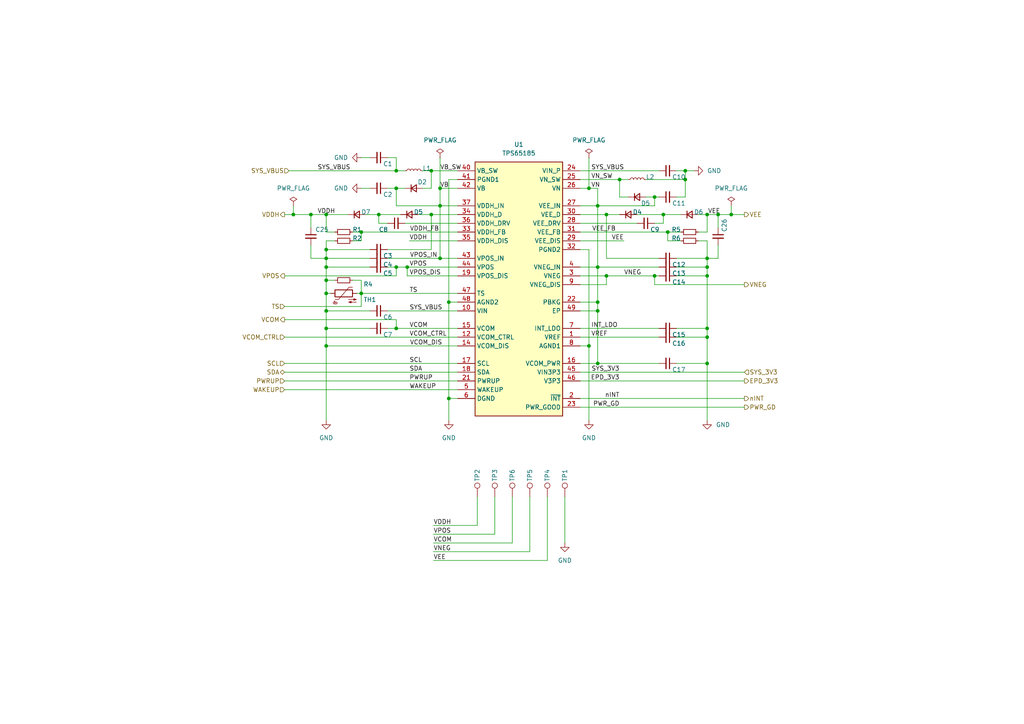
<source format=kicad_sch>
(kicad_sch (version 20211123) (generator eeschema)

  (uuid e8c1c484-a3cb-4834-b788-6fe915f36592)

  (paper "A4")

  (title_block
    (title "ink-frame")
    (date "2022-08-18")
    (rev "0.1")
    (comment 1 "@Vlad Conut")
  )

  (lib_symbols
    (symbol "Connector:TestPoint" (pin_numbers hide) (pin_names (offset 0.762) hide) (in_bom yes) (on_board yes)
      (property "Reference" "TP" (id 0) (at 0 6.858 0)
        (effects (font (size 1.27 1.27)))
      )
      (property "Value" "TestPoint" (id 1) (at 0 5.08 0)
        (effects (font (size 1.27 1.27)))
      )
      (property "Footprint" "" (id 2) (at 5.08 0 0)
        (effects (font (size 1.27 1.27)) hide)
      )
      (property "Datasheet" "~" (id 3) (at 5.08 0 0)
        (effects (font (size 1.27 1.27)) hide)
      )
      (property "ki_keywords" "test point tp" (id 4) (at 0 0 0)
        (effects (font (size 1.27 1.27)) hide)
      )
      (property "ki_description" "test point" (id 5) (at 0 0 0)
        (effects (font (size 1.27 1.27)) hide)
      )
      (property "ki_fp_filters" "Pin* Test*" (id 6) (at 0 0 0)
        (effects (font (size 1.27 1.27)) hide)
      )
      (symbol "TestPoint_0_1"
        (circle (center 0 3.302) (radius 0.762)
          (stroke (width 0) (type default) (color 0 0 0 0))
          (fill (type none))
        )
      )
      (symbol "TestPoint_1_1"
        (pin passive line (at 0 0 90) (length 2.54)
          (name "1" (effects (font (size 1.27 1.27))))
          (number "1" (effects (font (size 1.27 1.27))))
        )
      )
    )
    (symbol "Device:C_Small" (pin_numbers hide) (pin_names (offset 0.254) hide) (in_bom yes) (on_board yes)
      (property "Reference" "C" (id 0) (at 0.254 1.778 0)
        (effects (font (size 1.27 1.27)) (justify left))
      )
      (property "Value" "C_Small" (id 1) (at 0.254 -2.032 0)
        (effects (font (size 1.27 1.27)) (justify left))
      )
      (property "Footprint" "" (id 2) (at 0 0 0)
        (effects (font (size 1.27 1.27)) hide)
      )
      (property "Datasheet" "~" (id 3) (at 0 0 0)
        (effects (font (size 1.27 1.27)) hide)
      )
      (property "ki_keywords" "capacitor cap" (id 4) (at 0 0 0)
        (effects (font (size 1.27 1.27)) hide)
      )
      (property "ki_description" "Unpolarized capacitor, small symbol" (id 5) (at 0 0 0)
        (effects (font (size 1.27 1.27)) hide)
      )
      (property "ki_fp_filters" "C_*" (id 6) (at 0 0 0)
        (effects (font (size 1.27 1.27)) hide)
      )
      (symbol "C_Small_0_1"
        (polyline
          (pts
            (xy -1.524 -0.508)
            (xy 1.524 -0.508)
          )
          (stroke (width 0.3302) (type default) (color 0 0 0 0))
          (fill (type none))
        )
        (polyline
          (pts
            (xy -1.524 0.508)
            (xy 1.524 0.508)
          )
          (stroke (width 0.3048) (type default) (color 0 0 0 0))
          (fill (type none))
        )
      )
      (symbol "C_Small_1_1"
        (pin passive line (at 0 2.54 270) (length 2.032)
          (name "~" (effects (font (size 1.27 1.27))))
          (number "1" (effects (font (size 1.27 1.27))))
        )
        (pin passive line (at 0 -2.54 90) (length 2.032)
          (name "~" (effects (font (size 1.27 1.27))))
          (number "2" (effects (font (size 1.27 1.27))))
        )
      )
    )
    (symbol "Device:D_Small" (pin_numbers hide) (pin_names (offset 0.254) hide) (in_bom yes) (on_board yes)
      (property "Reference" "D" (id 0) (at -1.27 2.032 0)
        (effects (font (size 1.27 1.27)) (justify left))
      )
      (property "Value" "D_Small" (id 1) (at -3.81 -2.032 0)
        (effects (font (size 1.27 1.27)) (justify left))
      )
      (property "Footprint" "" (id 2) (at 0 0 90)
        (effects (font (size 1.27 1.27)) hide)
      )
      (property "Datasheet" "~" (id 3) (at 0 0 90)
        (effects (font (size 1.27 1.27)) hide)
      )
      (property "ki_keywords" "diode" (id 4) (at 0 0 0)
        (effects (font (size 1.27 1.27)) hide)
      )
      (property "ki_description" "Diode, small symbol" (id 5) (at 0 0 0)
        (effects (font (size 1.27 1.27)) hide)
      )
      (property "ki_fp_filters" "TO-???* *_Diode_* *SingleDiode* D_*" (id 6) (at 0 0 0)
        (effects (font (size 1.27 1.27)) hide)
      )
      (symbol "D_Small_0_1"
        (polyline
          (pts
            (xy -0.762 -1.016)
            (xy -0.762 1.016)
          )
          (stroke (width 0.254) (type default) (color 0 0 0 0))
          (fill (type none))
        )
        (polyline
          (pts
            (xy -0.762 0)
            (xy 0.762 0)
          )
          (stroke (width 0) (type default) (color 0 0 0 0))
          (fill (type none))
        )
        (polyline
          (pts
            (xy 0.762 -1.016)
            (xy -0.762 0)
            (xy 0.762 1.016)
            (xy 0.762 -1.016)
          )
          (stroke (width 0.254) (type default) (color 0 0 0 0))
          (fill (type none))
        )
      )
      (symbol "D_Small_1_1"
        (pin passive line (at -2.54 0 0) (length 1.778)
          (name "K" (effects (font (size 1.27 1.27))))
          (number "1" (effects (font (size 1.27 1.27))))
        )
        (pin passive line (at 2.54 0 180) (length 1.778)
          (name "A" (effects (font (size 1.27 1.27))))
          (number "2" (effects (font (size 1.27 1.27))))
        )
      )
    )
    (symbol "Device:L_Small" (pin_numbers hide) (pin_names (offset 0.254) hide) (in_bom yes) (on_board yes)
      (property "Reference" "L" (id 0) (at 0.762 1.016 0)
        (effects (font (size 1.27 1.27)) (justify left))
      )
      (property "Value" "L_Small" (id 1) (at 0.762 -1.016 0)
        (effects (font (size 1.27 1.27)) (justify left))
      )
      (property "Footprint" "" (id 2) (at 0 0 0)
        (effects (font (size 1.27 1.27)) hide)
      )
      (property "Datasheet" "~" (id 3) (at 0 0 0)
        (effects (font (size 1.27 1.27)) hide)
      )
      (property "ki_keywords" "inductor choke coil reactor magnetic" (id 4) (at 0 0 0)
        (effects (font (size 1.27 1.27)) hide)
      )
      (property "ki_description" "Inductor, small symbol" (id 5) (at 0 0 0)
        (effects (font (size 1.27 1.27)) hide)
      )
      (property "ki_fp_filters" "Choke_* *Coil* Inductor_* L_*" (id 6) (at 0 0 0)
        (effects (font (size 1.27 1.27)) hide)
      )
      (symbol "L_Small_0_1"
        (arc (start 0 -2.032) (mid 0.508 -1.524) (end 0 -1.016)
          (stroke (width 0) (type default) (color 0 0 0 0))
          (fill (type none))
        )
        (arc (start 0 -1.016) (mid 0.508 -0.508) (end 0 0)
          (stroke (width 0) (type default) (color 0 0 0 0))
          (fill (type none))
        )
        (arc (start 0 0) (mid 0.508 0.508) (end 0 1.016)
          (stroke (width 0) (type default) (color 0 0 0 0))
          (fill (type none))
        )
        (arc (start 0 1.016) (mid 0.508 1.524) (end 0 2.032)
          (stroke (width 0) (type default) (color 0 0 0 0))
          (fill (type none))
        )
      )
      (symbol "L_Small_1_1"
        (pin passive line (at 0 2.54 270) (length 0.508)
          (name "~" (effects (font (size 1.27 1.27))))
          (number "1" (effects (font (size 1.27 1.27))))
        )
        (pin passive line (at 0 -2.54 90) (length 0.508)
          (name "~" (effects (font (size 1.27 1.27))))
          (number "2" (effects (font (size 1.27 1.27))))
        )
      )
    )
    (symbol "Device:R_Small" (pin_numbers hide) (pin_names (offset 0.254) hide) (in_bom yes) (on_board yes)
      (property "Reference" "R" (id 0) (at 0.762 0.508 0)
        (effects (font (size 1.27 1.27)) (justify left))
      )
      (property "Value" "R_Small" (id 1) (at 0.762 -1.016 0)
        (effects (font (size 1.27 1.27)) (justify left))
      )
      (property "Footprint" "" (id 2) (at 0 0 0)
        (effects (font (size 1.27 1.27)) hide)
      )
      (property "Datasheet" "~" (id 3) (at 0 0 0)
        (effects (font (size 1.27 1.27)) hide)
      )
      (property "ki_keywords" "R resistor" (id 4) (at 0 0 0)
        (effects (font (size 1.27 1.27)) hide)
      )
      (property "ki_description" "Resistor, small symbol" (id 5) (at 0 0 0)
        (effects (font (size 1.27 1.27)) hide)
      )
      (property "ki_fp_filters" "R_*" (id 6) (at 0 0 0)
        (effects (font (size 1.27 1.27)) hide)
      )
      (symbol "R_Small_0_1"
        (rectangle (start -0.762 1.778) (end 0.762 -1.778)
          (stroke (width 0.2032) (type default) (color 0 0 0 0))
          (fill (type none))
        )
      )
      (symbol "R_Small_1_1"
        (pin passive line (at 0 2.54 270) (length 0.762)
          (name "~" (effects (font (size 1.27 1.27))))
          (number "1" (effects (font (size 1.27 1.27))))
        )
        (pin passive line (at 0 -2.54 90) (length 0.762)
          (name "~" (effects (font (size 1.27 1.27))))
          (number "2" (effects (font (size 1.27 1.27))))
        )
      )
    )
    (symbol "Device:Thermistor_NTC" (pin_numbers hide) (pin_names (offset 0)) (in_bom yes) (on_board yes)
      (property "Reference" "TH" (id 0) (at -4.445 0 90)
        (effects (font (size 1.27 1.27)))
      )
      (property "Value" "Thermistor_NTC" (id 1) (at 3.175 0 90)
        (effects (font (size 1.27 1.27)))
      )
      (property "Footprint" "" (id 2) (at 0 1.27 0)
        (effects (font (size 1.27 1.27)) hide)
      )
      (property "Datasheet" "~" (id 3) (at 0 1.27 0)
        (effects (font (size 1.27 1.27)) hide)
      )
      (property "ki_keywords" "thermistor NTC resistor sensor RTD" (id 4) (at 0 0 0)
        (effects (font (size 1.27 1.27)) hide)
      )
      (property "ki_description" "Temperature dependent resistor, negative temperature coefficient" (id 5) (at 0 0 0)
        (effects (font (size 1.27 1.27)) hide)
      )
      (property "ki_fp_filters" "*NTC* *Thermistor* PIN?ARRAY* bornier* *Terminal?Block* R_*" (id 6) (at 0 0 0)
        (effects (font (size 1.27 1.27)) hide)
      )
      (symbol "Thermistor_NTC_0_1"
        (arc (start -3.048 2.159) (mid -3.0505 2.3165) (end -3.175 2.413)
          (stroke (width 0) (type default) (color 0 0 0 0))
          (fill (type none))
        )
        (arc (start -3.048 2.159) (mid -2.9736 1.9794) (end -2.794 1.905)
          (stroke (width 0) (type default) (color 0 0 0 0))
          (fill (type none))
        )
        (arc (start -3.048 2.794) (mid -2.9736 2.6144) (end -2.794 2.54)
          (stroke (width 0) (type default) (color 0 0 0 0))
          (fill (type none))
        )
        (arc (start -2.794 1.905) (mid -2.6144 1.9794) (end -2.54 2.159)
          (stroke (width 0) (type default) (color 0 0 0 0))
          (fill (type none))
        )
        (arc (start -2.794 2.54) (mid -2.434 2.5608) (end -2.159 2.794)
          (stroke (width 0) (type default) (color 0 0 0 0))
          (fill (type none))
        )
        (arc (start -2.794 3.048) (mid -2.9736 2.9736) (end -3.048 2.794)
          (stroke (width 0) (type default) (color 0 0 0 0))
          (fill (type none))
        )
        (arc (start -2.54 2.794) (mid -2.6144 2.9736) (end -2.794 3.048)
          (stroke (width 0) (type default) (color 0 0 0 0))
          (fill (type none))
        )
        (rectangle (start -1.016 2.54) (end 1.016 -2.54)
          (stroke (width 0.254) (type default) (color 0 0 0 0))
          (fill (type none))
        )
        (polyline
          (pts
            (xy -2.54 2.159)
            (xy -2.54 2.794)
          )
          (stroke (width 0) (type default) (color 0 0 0 0))
          (fill (type none))
        )
        (polyline
          (pts
            (xy -1.778 2.54)
            (xy -1.778 1.524)
            (xy 1.778 -1.524)
            (xy 1.778 -2.54)
          )
          (stroke (width 0) (type default) (color 0 0 0 0))
          (fill (type none))
        )
        (polyline
          (pts
            (xy -2.54 -3.683)
            (xy -2.54 -1.397)
            (xy -2.794 -2.159)
            (xy -2.286 -2.159)
            (xy -2.54 -1.397)
            (xy -2.54 -1.651)
          )
          (stroke (width 0) (type default) (color 0 0 0 0))
          (fill (type outline))
        )
        (polyline
          (pts
            (xy -1.778 -1.397)
            (xy -1.778 -3.683)
            (xy -2.032 -2.921)
            (xy -1.524 -2.921)
            (xy -1.778 -3.683)
            (xy -1.778 -3.429)
          )
          (stroke (width 0) (type default) (color 0 0 0 0))
          (fill (type outline))
        )
      )
      (symbol "Thermistor_NTC_1_1"
        (pin passive line (at 0 3.81 270) (length 1.27)
          (name "~" (effects (font (size 1.27 1.27))))
          (number "1" (effects (font (size 1.27 1.27))))
        )
        (pin passive line (at 0 -3.81 90) (length 1.27)
          (name "~" (effects (font (size 1.27 1.27))))
          (number "2" (effects (font (size 1.27 1.27))))
        )
      )
    )
    (symbol "epaper-breakout:TPS65185x" (in_bom yes) (on_board yes)
      (property "Reference" "U1" (id 0) (at 0 43.18 0)
        (effects (font (size 1.27 1.27)))
      )
      (property "Value" "TPS65185x" (id 1) (at 0 40.64 0)
        (effects (font (size 1.27 1.27)))
      )
      (property "Footprint" "Package_DFN_QFN:VQFN-48-1EP_7x7mm_P0.5mm_EP4.1x4.1mm_ThermalVias" (id 2) (at 0 -3.81 0)
        (effects (font (size 1.27 1.27)) hide)
      )
      (property "Datasheet" "https://www.ti.com/lit/ds/symlink/tps65185.pdf" (id 3) (at -12.7 -40.64 0)
        (effects (font (size 1.27 1.27)) (justify left bottom) hide)
      )
      (property "ki_keywords" "PMIC, Eink" (id 4) (at 0 0 0)
        (effects (font (size 1.27 1.27)) hide)
      )
      (property "ki_description" "PMIC for E Ink Vizplex Enabled Electronic Paper Display" (id 5) (at 0 0 0)
        (effects (font (size 1.27 1.27)) hide)
      )
      (symbol "TPS65185x_1_1"
        (rectangle (start -12.7 38.1) (end 12.7 -35.56)
          (stroke (width 0.254) (type default) (color 0 0 0 0))
          (fill (type background))
        )
        (pin output line (at 17.78 -12.7 180) (length 5.08)
          (name "VREF" (effects (font (size 1.27 1.27))))
          (number "1" (effects (font (size 1.27 1.27))))
        )
        (pin input line (at -17.78 -5.08 0) (length 5.08)
          (name "VIN" (effects (font (size 1.27 1.27))))
          (number "10" (effects (font (size 1.27 1.27))))
        )
        (pin no_connect line (at -10.16 -38.1 90) (length 2.54) hide
          (name "NC" (effects (font (size 1.27 1.27))))
          (number "11" (effects (font (size 1.27 1.27))))
        )
        (pin input line (at -17.78 -12.7 0) (length 5.08)
          (name "VCOM_CTRL" (effects (font (size 1.27 1.27))))
          (number "12" (effects (font (size 1.27 1.27))))
        )
        (pin no_connect line (at -7.62 -38.1 90) (length 2.54) hide
          (name "NC" (effects (font (size 1.27 1.27))))
          (number "13" (effects (font (size 1.27 1.27))))
        )
        (pin input line (at -17.78 -15.24 0) (length 5.08)
          (name "VCOM_DIS" (effects (font (size 1.27 1.27))))
          (number "14" (effects (font (size 1.27 1.27))))
        )
        (pin power_out line (at -17.78 -10.16 0) (length 5.08)
          (name "VCOM" (effects (font (size 1.27 1.27))))
          (number "15" (effects (font (size 1.27 1.27))))
        )
        (pin input line (at 17.78 -20.32 180) (length 5.08)
          (name "VCOM_PWR" (effects (font (size 1.27 1.27))))
          (number "16" (effects (font (size 1.27 1.27))))
        )
        (pin input line (at -17.78 -20.32 0) (length 5.08)
          (name "SCL" (effects (font (size 1.27 1.27))))
          (number "17" (effects (font (size 1.27 1.27))))
        )
        (pin bidirectional line (at -17.78 -22.86 0) (length 5.08)
          (name "SDA" (effects (font (size 1.27 1.27))))
          (number "18" (effects (font (size 1.27 1.27))))
        )
        (pin input line (at -17.78 5.08 0) (length 5.08)
          (name "VPOS_DIS" (effects (font (size 1.27 1.27))))
          (number "19" (effects (font (size 1.27 1.27))))
        )
        (pin output line (at 17.78 -30.48 180) (length 5.08)
          (name "~{INT}" (effects (font (size 1.27 1.27))))
          (number "2" (effects (font (size 1.27 1.27))))
        )
        (pin no_connect line (at -5.08 -38.1 90) (length 2.54) hide
          (name "NC" (effects (font (size 1.27 1.27))))
          (number "20" (effects (font (size 1.27 1.27))))
        )
        (pin input line (at -17.78 -25.4 0) (length 5.08)
          (name "PWRUP" (effects (font (size 1.27 1.27))))
          (number "21" (effects (font (size 1.27 1.27))))
        )
        (pin power_in line (at 17.78 -2.54 180) (length 5.08)
          (name "PBKG" (effects (font (size 1.27 1.27))))
          (number "22" (effects (font (size 1.27 1.27))))
        )
        (pin output line (at 17.78 -33.02 180) (length 5.08)
          (name "PWR_GOOD" (effects (font (size 1.27 1.27))))
          (number "23" (effects (font (size 1.27 1.27))))
        )
        (pin input line (at 17.78 35.56 180) (length 5.08)
          (name "VIN_P" (effects (font (size 1.27 1.27))))
          (number "24" (effects (font (size 1.27 1.27))))
        )
        (pin output line (at 17.78 33.02 180) (length 5.08)
          (name "VN_SW" (effects (font (size 1.27 1.27))))
          (number "25" (effects (font (size 1.27 1.27))))
        )
        (pin input line (at 17.78 30.48 180) (length 5.08)
          (name "VN" (effects (font (size 1.27 1.27))))
          (number "26" (effects (font (size 1.27 1.27))))
        )
        (pin power_in line (at 17.78 25.4 180) (length 5.08)
          (name "VEE_IN" (effects (font (size 1.27 1.27))))
          (number "27" (effects (font (size 1.27 1.27))))
        )
        (pin output line (at 17.78 20.32 180) (length 5.08)
          (name "VEE_DRV" (effects (font (size 1.27 1.27))))
          (number "28" (effects (font (size 1.27 1.27))))
        )
        (pin input line (at 17.78 15.24 180) (length 5.08)
          (name "VEE_DIS" (effects (font (size 1.27 1.27))))
          (number "29" (effects (font (size 1.27 1.27))))
        )
        (pin power_out line (at 17.78 5.08 180) (length 5.08)
          (name "VNEG" (effects (font (size 1.27 1.27))))
          (number "3" (effects (font (size 1.27 1.27))))
        )
        (pin output line (at 17.78 22.86 180) (length 5.08)
          (name "VEE_D" (effects (font (size 1.27 1.27))))
          (number "30" (effects (font (size 1.27 1.27))))
        )
        (pin input line (at 17.78 17.78 180) (length 5.08)
          (name "VEE_FB" (effects (font (size 1.27 1.27))))
          (number "31" (effects (font (size 1.27 1.27))))
        )
        (pin power_in line (at 17.78 12.7 180) (length 5.08)
          (name "PGND2" (effects (font (size 1.27 1.27))))
          (number "32" (effects (font (size 1.27 1.27))))
        )
        (pin input line (at -17.78 17.78 0) (length 5.08)
          (name "VDDH_FB" (effects (font (size 1.27 1.27))))
          (number "33" (effects (font (size 1.27 1.27))))
        )
        (pin output line (at -17.78 22.86 0) (length 5.08)
          (name "VDDH_D" (effects (font (size 1.27 1.27))))
          (number "34" (effects (font (size 1.27 1.27))))
        )
        (pin input line (at -17.78 15.24 0) (length 5.08)
          (name "VDDH_DIS" (effects (font (size 1.27 1.27))))
          (number "35" (effects (font (size 1.27 1.27))))
        )
        (pin output line (at -17.78 20.32 0) (length 5.08)
          (name "VDDH_DRV" (effects (font (size 1.27 1.27))))
          (number "36" (effects (font (size 1.27 1.27))))
        )
        (pin power_in line (at -17.78 25.4 0) (length 5.08)
          (name "VDDH_IN" (effects (font (size 1.27 1.27))))
          (number "37" (effects (font (size 1.27 1.27))))
        )
        (pin no_connect line (at -2.54 -38.1 90) (length 2.54) hide
          (name "NC" (effects (font (size 1.27 1.27))))
          (number "38" (effects (font (size 1.27 1.27))))
        )
        (pin no_connect line (at 0 -38.1 90) (length 2.54) hide
          (name "NC" (effects (font (size 1.27 1.27))))
          (number "39" (effects (font (size 1.27 1.27))))
        )
        (pin power_in line (at 17.78 7.62 180) (length 5.08)
          (name "VNEG_IN" (effects (font (size 1.27 1.27))))
          (number "4" (effects (font (size 1.27 1.27))))
        )
        (pin output line (at -17.78 35.56 0) (length 5.08)
          (name "VB_SW" (effects (font (size 1.27 1.27))))
          (number "40" (effects (font (size 1.27 1.27))))
        )
        (pin power_in line (at -17.78 33.02 0) (length 5.08)
          (name "PGND1" (effects (font (size 1.27 1.27))))
          (number "41" (effects (font (size 1.27 1.27))))
        )
        (pin input line (at -17.78 30.48 0) (length 5.08)
          (name "VB" (effects (font (size 1.27 1.27))))
          (number "42" (effects (font (size 1.27 1.27))))
        )
        (pin power_in line (at -17.78 10.16 0) (length 5.08)
          (name "VPOS_IN" (effects (font (size 1.27 1.27))))
          (number "43" (effects (font (size 1.27 1.27))))
        )
        (pin power_out line (at -17.78 7.62 0) (length 5.08)
          (name "VPOS" (effects (font (size 1.27 1.27))))
          (number "44" (effects (font (size 1.27 1.27))))
        )
        (pin power_in line (at 17.78 -22.86 180) (length 5.08)
          (name "VIN3P3" (effects (font (size 1.27 1.27))))
          (number "45" (effects (font (size 1.27 1.27))))
        )
        (pin power_out line (at 17.78 -25.4 180) (length 5.08)
          (name "V3P3" (effects (font (size 1.27 1.27))))
          (number "46" (effects (font (size 1.27 1.27))))
        )
        (pin input line (at -17.78 0 0) (length 5.08)
          (name "TS" (effects (font (size 1.27 1.27))))
          (number "47" (effects (font (size 1.27 1.27))))
        )
        (pin power_in line (at -17.78 -2.54 0) (length 5.08)
          (name "AGND2" (effects (font (size 1.27 1.27))))
          (number "48" (effects (font (size 1.27 1.27))))
        )
        (pin power_in line (at 17.78 -5.08 180) (length 5.08)
          (name "EP" (effects (font (size 1.27 1.27))))
          (number "49" (effects (font (size 1.27 1.27))))
        )
        (pin input line (at -17.78 -27.94 0) (length 5.08)
          (name "WAKEUP" (effects (font (size 1.27 1.27))))
          (number "5" (effects (font (size 1.27 1.27))))
        )
        (pin power_in line (at -17.78 -30.48 0) (length 5.08)
          (name "DGND" (effects (font (size 1.27 1.27))))
          (number "6" (effects (font (size 1.27 1.27))))
        )
        (pin output line (at 17.78 -10.16 180) (length 5.08)
          (name "INT_LDO" (effects (font (size 1.27 1.27))))
          (number "7" (effects (font (size 1.27 1.27))))
        )
        (pin power_in line (at 17.78 -15.24 180) (length 5.08)
          (name "AGND1" (effects (font (size 1.27 1.27))))
          (number "8" (effects (font (size 1.27 1.27))))
        )
        (pin input line (at 17.78 2.54 180) (length 5.08)
          (name "VNEG_DIS" (effects (font (size 1.27 1.27))))
          (number "9" (effects (font (size 1.27 1.27))))
        )
      )
    )
    (symbol "power:GND" (power) (pin_names (offset 0)) (in_bom yes) (on_board yes)
      (property "Reference" "#PWR" (id 0) (at 0 -6.35 0)
        (effects (font (size 1.27 1.27)) hide)
      )
      (property "Value" "GND" (id 1) (at 0 -3.81 0)
        (effects (font (size 1.27 1.27)))
      )
      (property "Footprint" "" (id 2) (at 0 0 0)
        (effects (font (size 1.27 1.27)) hide)
      )
      (property "Datasheet" "" (id 3) (at 0 0 0)
        (effects (font (size 1.27 1.27)) hide)
      )
      (property "ki_keywords" "power-flag" (id 4) (at 0 0 0)
        (effects (font (size 1.27 1.27)) hide)
      )
      (property "ki_description" "Power symbol creates a global label with name \"GND\" , ground" (id 5) (at 0 0 0)
        (effects (font (size 1.27 1.27)) hide)
      )
      (symbol "GND_0_1"
        (polyline
          (pts
            (xy 0 0)
            (xy 0 -1.27)
            (xy 1.27 -1.27)
            (xy 0 -2.54)
            (xy -1.27 -1.27)
            (xy 0 -1.27)
          )
          (stroke (width 0) (type default) (color 0 0 0 0))
          (fill (type none))
        )
      )
      (symbol "GND_1_1"
        (pin power_in line (at 0 0 270) (length 0) hide
          (name "GND" (effects (font (size 1.27 1.27))))
          (number "1" (effects (font (size 1.27 1.27))))
        )
      )
    )
    (symbol "power:PWR_FLAG" (power) (pin_numbers hide) (pin_names (offset 0) hide) (in_bom yes) (on_board yes)
      (property "Reference" "#FLG" (id 0) (at 0 1.905 0)
        (effects (font (size 1.27 1.27)) hide)
      )
      (property "Value" "PWR_FLAG" (id 1) (at 0 3.81 0)
        (effects (font (size 1.27 1.27)))
      )
      (property "Footprint" "" (id 2) (at 0 0 0)
        (effects (font (size 1.27 1.27)) hide)
      )
      (property "Datasheet" "~" (id 3) (at 0 0 0)
        (effects (font (size 1.27 1.27)) hide)
      )
      (property "ki_keywords" "power-flag" (id 4) (at 0 0 0)
        (effects (font (size 1.27 1.27)) hide)
      )
      (property "ki_description" "Special symbol for telling ERC where power comes from" (id 5) (at 0 0 0)
        (effects (font (size 1.27 1.27)) hide)
      )
      (symbol "PWR_FLAG_0_0"
        (pin power_out line (at 0 0 90) (length 0)
          (name "pwr" (effects (font (size 1.27 1.27))))
          (number "1" (effects (font (size 1.27 1.27))))
        )
      )
      (symbol "PWR_FLAG_0_1"
        (polyline
          (pts
            (xy 0 0)
            (xy 0 1.27)
            (xy -1.016 1.905)
            (xy 0 2.54)
            (xy 1.016 1.905)
            (xy 0 1.27)
          )
          (stroke (width 0) (type default) (color 0 0 0 0))
          (fill (type none))
        )
      )
    )
  )

  (junction (at 114.935 54.61) (diameter 0) (color 0 0 0 0)
    (uuid 06d9add6-2dfc-480d-8265-53c1322a33de)
  )
  (junction (at 205.105 62.23) (diameter 0) (color 0 0 0 0)
    (uuid 0d31bb25-8449-4bf5-9fb7-fb3e9fc0c298)
  )
  (junction (at 130.175 87.63) (diameter 0) (color 0 0 0 0)
    (uuid 10dba8cf-fd48-462c-ae4a-4eba5d5fd3c5)
  )
  (junction (at 94.615 100.33) (diameter 0) (color 0 0 0 0)
    (uuid 12b94938-de92-4669-89bc-8d99a92d3465)
  )
  (junction (at 189.865 57.15) (diameter 0) (color 0 0 0 0)
    (uuid 16945c5a-0d1b-414c-90c6-3e759e334a44)
  )
  (junction (at 125.095 62.23) (diameter 0) (color 0 0 0 0)
    (uuid 16e68736-6829-45b5-9673-48355d266190)
  )
  (junction (at 94.615 90.17) (diameter 0) (color 0 0 0 0)
    (uuid 1b82897f-fea4-4273-bbeb-92e7fbb14dd1)
  )
  (junction (at 175.895 62.23) (diameter 0) (color 0 0 0 0)
    (uuid 22080d79-f9e7-4ccf-8083-87fb6d171f36)
  )
  (junction (at 118.11 77.47) (diameter 0) (color 0 0 0 0)
    (uuid 2275a359-5e86-4ffb-abfd-b44b0fbc994b)
  )
  (junction (at 127.635 59.69) (diameter 0) (color 0 0 0 0)
    (uuid 2f01cecb-2da7-4ca6-8b75-31414a78ac24)
  )
  (junction (at 127.635 74.93) (diameter 0) (color 0 0 0 0)
    (uuid 3081b675-fb1f-4a76-8529-4c13107ed2ae)
  )
  (junction (at 198.755 49.53) (diameter 0) (color 0 0 0 0)
    (uuid 39e9705a-7247-410f-b246-2a3e1938b3dc)
  )
  (junction (at 94.615 81.28) (diameter 0) (color 0 0 0 0)
    (uuid 3e7a35dc-0d91-4033-a4ff-c1f69c642bef)
  )
  (junction (at 175.895 80.01) (diameter 0) (color 0 0 0 0)
    (uuid 3ec4d35c-938f-4f1a-819f-d1c2f2ffa17e)
  )
  (junction (at 90.17 62.23) (diameter 0) (color 0 0 0 0)
    (uuid 3f8cc666-bc3a-42ae-a08f-7d3ecb9aa2e2)
  )
  (junction (at 125.095 49.53) (diameter 0) (color 0 0 0 0)
    (uuid 41f65668-3be7-4813-aeaa-7b8b5194d2f3)
  )
  (junction (at 173.355 77.47) (diameter 0) (color 0 0 0 0)
    (uuid 462422e1-b3c8-4bc9-8624-9d15306fb504)
  )
  (junction (at 173.355 87.63) (diameter 0) (color 0 0 0 0)
    (uuid 465a4fa3-a5fb-40f5-9785-15f61ed00b76)
  )
  (junction (at 192.405 62.23) (diameter 0) (color 0 0 0 0)
    (uuid 474df611-b294-4959-aaeb-b0ca62974892)
  )
  (junction (at 114.935 95.25) (diameter 0) (color 0 0 0 0)
    (uuid 4eb9dc01-84e4-470a-bddd-336f2206d841)
  )
  (junction (at 205.105 95.25) (diameter 0) (color 0 0 0 0)
    (uuid 57265a3f-e824-4d02-8d28-78a1a6531360)
  )
  (junction (at 205.105 105.41) (diameter 0) (color 0 0 0 0)
    (uuid 5af2bd1f-64e6-48cc-94d1-10009bb45b25)
  )
  (junction (at 130.175 115.57) (diameter 0) (color 0 0 0 0)
    (uuid 64a00dff-c878-4100-b081-f1849da2577a)
  )
  (junction (at 94.615 74.93) (diameter 0) (color 0 0 0 0)
    (uuid 780b039e-9c52-4443-b792-f525529071e9)
  )
  (junction (at 170.815 100.33) (diameter 0) (color 0 0 0 0)
    (uuid 79719639-f7aa-4745-9034-df4d29cd731d)
  )
  (junction (at 173.355 59.69) (diameter 0) (color 0 0 0 0)
    (uuid 8550daa3-7798-418a-a82c-03e89abbc49d)
  )
  (junction (at 114.935 49.53) (diameter 0) (color 0 0 0 0)
    (uuid 86633b1b-ece4-4c30-bdb9-80c35022fcc6)
  )
  (junction (at 205.105 80.01) (diameter 0) (color 0 0 0 0)
    (uuid 87c4ec1b-5484-4efb-a82f-da5df874d116)
  )
  (junction (at 205.105 97.79) (diameter 0) (color 0 0 0 0)
    (uuid 8a609076-5f7b-42ff-89ec-8d1c11fb859c)
  )
  (junction (at 173.355 90.17) (diameter 0) (color 0 0 0 0)
    (uuid 8e17cfb7-8c87-4b15-89ea-b419bc6a2df9)
  )
  (junction (at 109.855 62.23) (diameter 0) (color 0 0 0 0)
    (uuid a3fc1fcf-38a9-4aee-a941-0f353b2902ca)
  )
  (junction (at 208.28 62.23) (diameter 0) (color 0 0 0 0)
    (uuid a46f5c0e-7b98-4810-ae01-a80772aa65ba)
  )
  (junction (at 94.615 77.47) (diameter 0) (color 0 0 0 0)
    (uuid a9f5a28e-bb2b-4f84-b7f4-df3ae6cacb69)
  )
  (junction (at 94.615 72.39) (diameter 0) (color 0 0 0 0)
    (uuid ab779be6-2496-4935-9904-deb1858a4c6e)
  )
  (junction (at 193.675 67.31) (diameter 0) (color 0 0 0 0)
    (uuid ac753753-47ea-4f50-8736-ae19c75bbb7d)
  )
  (junction (at 205.105 77.47) (diameter 0) (color 0 0 0 0)
    (uuid b1566dfd-1ac0-481d-94ac-c06c6939aa20)
  )
  (junction (at 104.775 85.09) (diameter 0) (color 0 0 0 0)
    (uuid b60da306-b4b7-41ba-a1ba-dff3f424b838)
  )
  (junction (at 94.615 85.09) (diameter 0) (color 0 0 0 0)
    (uuid bc01ff81-9305-4338-bb20-915b49251ba4)
  )
  (junction (at 170.815 54.61) (diameter 0) (color 0 0 0 0)
    (uuid cdf99df5-9e7d-4b47-895a-45883bcef7c4)
  )
  (junction (at 94.615 62.23) (diameter 0) (color 0 0 0 0)
    (uuid d19bc3e5-36c7-4fdf-9d20-0cc75c79d8f5)
  )
  (junction (at 205.105 74.93) (diameter 0) (color 0 0 0 0)
    (uuid d52d4009-e6eb-42bb-81d2-24d95ff5886c)
  )
  (junction (at 114.935 77.47) (diameter 0) (color 0 0 0 0)
    (uuid d6aa0f77-9791-4430-889a-4fbbda2f1960)
  )
  (junction (at 212.09 62.23) (diameter 0) (color 0 0 0 0)
    (uuid d700ef22-117c-4b3c-92a5-a6f5f636314c)
  )
  (junction (at 94.615 95.25) (diameter 0) (color 0 0 0 0)
    (uuid dcd89785-7948-4646-8a85-5079c3aedcdc)
  )
  (junction (at 189.865 80.01) (diameter 0) (color 0 0 0 0)
    (uuid e744c5ab-3a45-42f5-87c2-20de9a63dc83)
  )
  (junction (at 85.09 62.23) (diameter 0) (color 0 0 0 0)
    (uuid edff3cb3-47e2-483b-80ce-e65fc7784ad4)
  )
  (junction (at 127.635 54.61) (diameter 0) (color 0 0 0 0)
    (uuid f2e119b6-21f9-4ae2-a3e9-be1607bdbde1)
  )
  (junction (at 173.355 105.41) (diameter 0) (color 0 0 0 0)
    (uuid f94a7694-53be-4dc3-a1fc-d02d966d9269)
  )
  (junction (at 179.705 52.07) (diameter 0) (color 0 0 0 0)
    (uuid f9a3614d-c7a1-46e2-9f33-c4043da5a742)
  )
  (junction (at 104.775 67.31) (diameter 0) (color 0 0 0 0)
    (uuid f9f69e85-67db-47c2-aa19-78326ed66532)
  )
  (junction (at 198.755 52.07) (diameter 0) (color 0 0 0 0)
    (uuid fb9c6002-3b26-413c-9785-3a90b7cd5fd7)
  )

  (wire (pts (xy 168.275 82.55) (xy 175.895 82.55))
    (stroke (width 0) (type default) (color 0 0 0 0))
    (uuid 052ebbc0-4a2f-48cd-a4c2-c29a0caa4cb4)
  )
  (wire (pts (xy 82.55 92.71) (xy 114.935 92.71))
    (stroke (width 0) (type default) (color 0 0 0 0))
    (uuid 0577839a-9a53-408b-bd4e-f50f4a4e5800)
  )
  (wire (pts (xy 148.59 157.48) (xy 148.59 144.145))
    (stroke (width 0) (type default) (color 0 0 0 0))
    (uuid 05ab1a13-bfd0-4b00-bab3-fc95efd53014)
  )
  (wire (pts (xy 94.615 81.28) (xy 94.615 85.09))
    (stroke (width 0) (type default) (color 0 0 0 0))
    (uuid 067fcb02-7839-417b-a7c0-6db8b07689c4)
  )
  (wire (pts (xy 205.105 105.41) (xy 205.105 121.92))
    (stroke (width 0) (type default) (color 0 0 0 0))
    (uuid 0855bb05-84b7-4836-958b-1ad8237c9167)
  )
  (wire (pts (xy 130.175 115.57) (xy 130.175 121.92))
    (stroke (width 0) (type default) (color 0 0 0 0))
    (uuid 0c158d7a-2326-4f28-9094-8f166d735439)
  )
  (wire (pts (xy 104.775 54.61) (xy 107.315 54.61))
    (stroke (width 0) (type default) (color 0 0 0 0))
    (uuid 0c9f51d0-4aa5-49dd-b7bf-0fbbc5808e12)
  )
  (wire (pts (xy 109.855 64.77) (xy 112.395 64.77))
    (stroke (width 0) (type default) (color 0 0 0 0))
    (uuid 0ebde62f-63a5-4be5-8beb-390f54900848)
  )
  (wire (pts (xy 168.275 67.31) (xy 193.675 67.31))
    (stroke (width 0) (type default) (color 0 0 0 0))
    (uuid 13931f46-67d7-4d3d-a2c6-8972697d1e76)
  )
  (wire (pts (xy 168.275 95.25) (xy 191.135 95.25))
    (stroke (width 0) (type default) (color 0 0 0 0))
    (uuid 15b364bc-4023-425d-bf25-b16213aeadd4)
  )
  (wire (pts (xy 179.705 52.07) (xy 182.245 52.07))
    (stroke (width 0) (type default) (color 0 0 0 0))
    (uuid 17a971ba-162b-48c9-9b1f-bb0b7fe75670)
  )
  (wire (pts (xy 205.105 67.31) (xy 205.105 62.23))
    (stroke (width 0) (type default) (color 0 0 0 0))
    (uuid 183f0604-0f66-47cb-af6e-b01cb0c23b76)
  )
  (wire (pts (xy 170.815 121.92) (xy 170.815 100.33))
    (stroke (width 0) (type default) (color 0 0 0 0))
    (uuid 18f82de1-fc77-49fd-a6a2-95d392fcf19f)
  )
  (wire (pts (xy 196.215 80.01) (xy 205.105 80.01))
    (stroke (width 0) (type default) (color 0 0 0 0))
    (uuid 197d562e-6a14-4160-bfe1-e1cbf58e22a6)
  )
  (wire (pts (xy 82.55 110.49) (xy 132.715 110.49))
    (stroke (width 0) (type default) (color 0 0 0 0))
    (uuid 1b70f41c-c20e-4c13-ad22-7ba62f56fa9a)
  )
  (wire (pts (xy 82.55 107.95) (xy 132.715 107.95))
    (stroke (width 0) (type default) (color 0 0 0 0))
    (uuid 1db5ee0a-1faa-4892-be81-e1af9e9280d7)
  )
  (wire (pts (xy 94.615 72.39) (xy 94.615 74.93))
    (stroke (width 0) (type default) (color 0 0 0 0))
    (uuid 20f90043-c331-434f-a5bd-9c66d618fc0a)
  )
  (wire (pts (xy 94.615 77.47) (xy 107.315 77.47))
    (stroke (width 0) (type default) (color 0 0 0 0))
    (uuid 21ca6b25-bff1-4395-8020-d24301387e87)
  )
  (wire (pts (xy 82.55 88.9) (xy 104.775 88.9))
    (stroke (width 0) (type default) (color 0 0 0 0))
    (uuid 22bc4dd2-c2c4-4b5a-8a6a-2f85e97be967)
  )
  (wire (pts (xy 114.935 77.47) (xy 118.11 77.47))
    (stroke (width 0) (type default) (color 0 0 0 0))
    (uuid 234c9361-03a3-40fa-9b11-a7f2d040ea02)
  )
  (wire (pts (xy 132.715 74.93) (xy 127.635 74.93))
    (stroke (width 0) (type default) (color 0 0 0 0))
    (uuid 23aa57fd-557b-4384-9c3e-f8b4b2c60584)
  )
  (wire (pts (xy 168.275 59.69) (xy 173.355 59.69))
    (stroke (width 0) (type default) (color 0 0 0 0))
    (uuid 2423aac3-1625-427b-b2c3-bfac66fc1f67)
  )
  (wire (pts (xy 118.11 80.01) (xy 118.11 77.47))
    (stroke (width 0) (type default) (color 0 0 0 0))
    (uuid 242bb1b9-9aa5-478b-bd88-8eec2c9c0064)
  )
  (wire (pts (xy 104.775 85.09) (xy 132.715 85.09))
    (stroke (width 0) (type default) (color 0 0 0 0))
    (uuid 24f19e8e-71e7-41f8-ac0d-97f1e49c0fcb)
  )
  (wire (pts (xy 82.55 62.23) (xy 85.09 62.23))
    (stroke (width 0) (type default) (color 0 0 0 0))
    (uuid 254519bf-84f6-4b96-9308-e1805e9d1986)
  )
  (wire (pts (xy 107.315 72.39) (xy 94.615 72.39))
    (stroke (width 0) (type default) (color 0 0 0 0))
    (uuid 274245fb-ae0d-44e0-a296-731f8a522166)
  )
  (wire (pts (xy 127.635 59.69) (xy 132.715 59.69))
    (stroke (width 0) (type default) (color 0 0 0 0))
    (uuid 274d278e-e20f-4c30-af3f-54547e31ee75)
  )
  (wire (pts (xy 125.73 154.94) (xy 143.51 154.94))
    (stroke (width 0) (type default) (color 0 0 0 0))
    (uuid 2875b728-6648-47a8-8b57-b074d7718c33)
  )
  (wire (pts (xy 127.635 54.61) (xy 132.715 54.61))
    (stroke (width 0) (type default) (color 0 0 0 0))
    (uuid 2b4f1765-f081-4a76-a890-3b4ca39a03f8)
  )
  (wire (pts (xy 132.715 95.25) (xy 114.935 95.25))
    (stroke (width 0) (type default) (color 0 0 0 0))
    (uuid 2c1bcd3d-30d2-4ede-a9f8-f69cff24aac0)
  )
  (wire (pts (xy 173.355 77.47) (xy 173.355 59.69))
    (stroke (width 0) (type default) (color 0 0 0 0))
    (uuid 2c74ffcc-f9eb-4a5e-88c0-4aeb2672b8fd)
  )
  (wire (pts (xy 168.275 87.63) (xy 173.355 87.63))
    (stroke (width 0) (type default) (color 0 0 0 0))
    (uuid 2d56bb23-a7da-442e-a3ba-ec959ec5b710)
  )
  (wire (pts (xy 94.615 81.28) (xy 97.155 81.28))
    (stroke (width 0) (type default) (color 0 0 0 0))
    (uuid 2de57d2e-0a42-4197-bfd8-0ee5df7287ea)
  )
  (wire (pts (xy 104.775 67.31) (xy 132.715 67.31))
    (stroke (width 0) (type default) (color 0 0 0 0))
    (uuid 2e197c17-a16a-489e-a31f-fe4da5dbba50)
  )
  (wire (pts (xy 130.175 87.63) (xy 130.175 115.57))
    (stroke (width 0) (type default) (color 0 0 0 0))
    (uuid 3076265e-0d1d-4221-bb18-d8d9a05d60a8)
  )
  (wire (pts (xy 102.235 81.28) (xy 104.775 81.28))
    (stroke (width 0) (type default) (color 0 0 0 0))
    (uuid 324419b7-8777-4fb3-a457-53f3a58046f6)
  )
  (wire (pts (xy 173.355 90.17) (xy 173.355 105.41))
    (stroke (width 0) (type default) (color 0 0 0 0))
    (uuid 334dc0ac-6cb9-4c28-b4e0-d5dd3665515c)
  )
  (wire (pts (xy 82.55 105.41) (xy 132.715 105.41))
    (stroke (width 0) (type default) (color 0 0 0 0))
    (uuid 352c5f65-5f4a-4cde-bd04-648895f9a231)
  )
  (wire (pts (xy 198.755 57.15) (xy 196.215 57.15))
    (stroke (width 0) (type default) (color 0 0 0 0))
    (uuid 36eed708-8e2b-4e27-b516-c5c5a49d125c)
  )
  (wire (pts (xy 205.105 77.47) (xy 205.105 80.01))
    (stroke (width 0) (type default) (color 0 0 0 0))
    (uuid 3c0fba7e-64c8-484b-ad81-7e79a29fc3c9)
  )
  (wire (pts (xy 125.73 162.56) (xy 158.75 162.56))
    (stroke (width 0) (type default) (color 0 0 0 0))
    (uuid 3c6d72b5-9fec-410d-952d-9e022b39884b)
  )
  (wire (pts (xy 94.615 69.85) (xy 94.615 72.39))
    (stroke (width 0) (type default) (color 0 0 0 0))
    (uuid 3ca64a3b-9a15-434b-b6eb-5fc4d9f30845)
  )
  (wire (pts (xy 196.215 77.47) (xy 205.105 77.47))
    (stroke (width 0) (type default) (color 0 0 0 0))
    (uuid 3ff14ce0-a25a-4b57-8622-eb81c818b1a8)
  )
  (wire (pts (xy 175.895 74.93) (xy 191.135 74.93))
    (stroke (width 0) (type default) (color 0 0 0 0))
    (uuid 43d9ab9d-f03d-4971-89ae-680925ac82a7)
  )
  (wire (pts (xy 90.17 62.23) (xy 94.615 62.23))
    (stroke (width 0) (type default) (color 0 0 0 0))
    (uuid 4687b5f0-3c73-4128-b78c-4ac294da803c)
  )
  (wire (pts (xy 175.895 62.23) (xy 175.895 74.93))
    (stroke (width 0) (type default) (color 0 0 0 0))
    (uuid 46f4599f-54ac-4377-8577-575d84dfb539)
  )
  (wire (pts (xy 168.275 62.23) (xy 175.895 62.23))
    (stroke (width 0) (type default) (color 0 0 0 0))
    (uuid 47fc84d0-ba54-477b-bafa-3dbdf07fe3f6)
  )
  (wire (pts (xy 205.105 95.25) (xy 205.105 97.79))
    (stroke (width 0) (type default) (color 0 0 0 0))
    (uuid 483b46a7-6fa6-4b45-b647-83f17a5ee348)
  )
  (wire (pts (xy 197.485 69.85) (xy 193.675 69.85))
    (stroke (width 0) (type default) (color 0 0 0 0))
    (uuid 49374017-50d5-46e1-ba1b-e585df6318db)
  )
  (wire (pts (xy 112.395 74.93) (xy 127.635 74.93))
    (stroke (width 0) (type default) (color 0 0 0 0))
    (uuid 49f2927c-07b1-4568-b73a-79f34109811d)
  )
  (wire (pts (xy 187.325 57.15) (xy 189.865 57.15))
    (stroke (width 0) (type default) (color 0 0 0 0))
    (uuid 4a4addba-491d-4e15-a200-cffc403a1f7d)
  )
  (wire (pts (xy 201.295 49.53) (xy 198.755 49.53))
    (stroke (width 0) (type default) (color 0 0 0 0))
    (uuid 4ad9a3e9-fcd8-4f2e-9d58-1b217d520792)
  )
  (wire (pts (xy 196.215 95.25) (xy 205.105 95.25))
    (stroke (width 0) (type default) (color 0 0 0 0))
    (uuid 4beb04ba-2945-4789-810c-21f2aefd4a8b)
  )
  (wire (pts (xy 179.705 57.15) (xy 179.705 52.07))
    (stroke (width 0) (type default) (color 0 0 0 0))
    (uuid 4d3b73ba-dc2d-4714-8f85-cf03a8b7f278)
  )
  (wire (pts (xy 82.55 80.01) (xy 114.935 80.01))
    (stroke (width 0) (type default) (color 0 0 0 0))
    (uuid 4e9bce53-f96a-4145-9117-5331a1df517f)
  )
  (wire (pts (xy 90.17 62.23) (xy 90.17 66.04))
    (stroke (width 0) (type default) (color 0 0 0 0))
    (uuid 4f0c7f88-2187-4136-b3a7-c13e69e87ae7)
  )
  (wire (pts (xy 94.615 100.33) (xy 94.615 95.25))
    (stroke (width 0) (type default) (color 0 0 0 0))
    (uuid 4fba6015-293e-4dbc-80b6-a1d943e7f129)
  )
  (wire (pts (xy 132.715 87.63) (xy 130.175 87.63))
    (stroke (width 0) (type default) (color 0 0 0 0))
    (uuid 50089453-4575-4fb0-98cf-dd85efb91e0d)
  )
  (wire (pts (xy 205.105 62.23) (xy 202.565 62.23))
    (stroke (width 0) (type default) (color 0 0 0 0))
    (uuid 503a3c50-063b-4bf0-a7ff-290cf0bbcec5)
  )
  (wire (pts (xy 112.395 54.61) (xy 114.935 54.61))
    (stroke (width 0) (type default) (color 0 0 0 0))
    (uuid 50833fb1-1c49-4357-b47d-731dab2fecca)
  )
  (wire (pts (xy 168.275 64.77) (xy 184.785 64.77))
    (stroke (width 0) (type default) (color 0 0 0 0))
    (uuid 5159a04f-8eb0-4f30-8097-78ec7ed630f8)
  )
  (wire (pts (xy 193.675 69.85) (xy 193.675 67.31))
    (stroke (width 0) (type default) (color 0 0 0 0))
    (uuid 533fc8c5-810a-4892-a825-755f3a16a011)
  )
  (wire (pts (xy 192.405 62.23) (xy 184.785 62.23))
    (stroke (width 0) (type default) (color 0 0 0 0))
    (uuid 535d5410-c2c1-4649-a5bd-beac1b7f289a)
  )
  (wire (pts (xy 90.17 74.93) (xy 94.615 74.93))
    (stroke (width 0) (type default) (color 0 0 0 0))
    (uuid 53773cb4-330c-4bd4-84a1-999b438cd1a9)
  )
  (wire (pts (xy 94.615 67.31) (xy 94.615 62.23))
    (stroke (width 0) (type default) (color 0 0 0 0))
    (uuid 54e49116-4b49-4f64-852a-9ef00760c19d)
  )
  (wire (pts (xy 168.275 110.49) (xy 215.9 110.49))
    (stroke (width 0) (type default) (color 0 0 0 0))
    (uuid 55ca79e4-97ba-41c8-a220-b2c9a50cf800)
  )
  (wire (pts (xy 192.405 64.77) (xy 189.865 64.77))
    (stroke (width 0) (type default) (color 0 0 0 0))
    (uuid 5741161d-ed86-43f4-88b6-189e68b3e837)
  )
  (wire (pts (xy 83.82 49.53) (xy 114.935 49.53))
    (stroke (width 0) (type default) (color 0 0 0 0))
    (uuid 57d009fd-1254-4dc2-ad80-0b8f7df8ba21)
  )
  (wire (pts (xy 114.935 95.25) (xy 114.935 92.71))
    (stroke (width 0) (type default) (color 0 0 0 0))
    (uuid 5adfa6c8-63fc-47cc-9b12-dcad65cdf1a9)
  )
  (wire (pts (xy 82.55 113.03) (xy 132.715 113.03))
    (stroke (width 0) (type default) (color 0 0 0 0))
    (uuid 5b1c35de-c800-426c-8177-676808c64ca8)
  )
  (wire (pts (xy 103.505 85.09) (xy 104.775 85.09))
    (stroke (width 0) (type default) (color 0 0 0 0))
    (uuid 5b353498-b00c-4935-adeb-30aa69a3cfe6)
  )
  (wire (pts (xy 192.405 64.77) (xy 192.405 62.23))
    (stroke (width 0) (type default) (color 0 0 0 0))
    (uuid 5d10bfe8-e7f3-4692-9976-ede1f8ca2d94)
  )
  (wire (pts (xy 114.935 54.61) (xy 117.475 54.61))
    (stroke (width 0) (type default) (color 0 0 0 0))
    (uuid 5fb659fe-76af-4264-aebf-3f52878aff44)
  )
  (wire (pts (xy 208.28 71.12) (xy 208.28 74.93))
    (stroke (width 0) (type default) (color 0 0 0 0))
    (uuid 603234be-4ddd-4c53-aee9-9f0cc36eaf7b)
  )
  (wire (pts (xy 132.715 52.07) (xy 130.175 52.07))
    (stroke (width 0) (type default) (color 0 0 0 0))
    (uuid 61edde12-8f6c-4ee8-b662-7bfeb1b5ccf5)
  )
  (wire (pts (xy 212.09 59.69) (xy 212.09 62.23))
    (stroke (width 0) (type default) (color 0 0 0 0))
    (uuid 632d4251-913d-4b23-8ee1-0a129648a1c0)
  )
  (wire (pts (xy 97.155 69.85) (xy 94.615 69.85))
    (stroke (width 0) (type default) (color 0 0 0 0))
    (uuid 64d58bbd-54c1-44f2-aef8-35e9830999f9)
  )
  (wire (pts (xy 112.395 90.17) (xy 132.715 90.17))
    (stroke (width 0) (type default) (color 0 0 0 0))
    (uuid 6637c1bb-31ff-4ea1-951f-db68952123be)
  )
  (wire (pts (xy 125.095 72.39) (xy 112.395 72.39))
    (stroke (width 0) (type default) (color 0 0 0 0))
    (uuid 67e8e2dc-fada-4631-b8ac-84868c96aec1)
  )
  (wire (pts (xy 107.315 95.25) (xy 94.615 95.25))
    (stroke (width 0) (type default) (color 0 0 0 0))
    (uuid 68d8273f-f00f-4382-927f-896fec1e0297)
  )
  (wire (pts (xy 168.275 107.95) (xy 215.9 107.95))
    (stroke (width 0) (type default) (color 0 0 0 0))
    (uuid 6a0d282b-724f-4ae1-ba92-9070ed7dee17)
  )
  (wire (pts (xy 202.565 67.31) (xy 205.105 67.31))
    (stroke (width 0) (type default) (color 0 0 0 0))
    (uuid 6c4aff4f-8726-4fb1-82f1-d5aca84d6372)
  )
  (wire (pts (xy 114.935 45.72) (xy 114.935 49.53))
    (stroke (width 0) (type default) (color 0 0 0 0))
    (uuid 6ce146f9-a173-4a94-9337-b850faaf02ad)
  )
  (wire (pts (xy 125.73 152.4) (xy 138.43 152.4))
    (stroke (width 0) (type default) (color 0 0 0 0))
    (uuid 6d05340b-4258-4e41-916f-bdcbb5c786bc)
  )
  (wire (pts (xy 104.775 88.9) (xy 104.775 85.09))
    (stroke (width 0) (type default) (color 0 0 0 0))
    (uuid 6dc966bc-2ab4-485a-8775-1b6a82af49c3)
  )
  (wire (pts (xy 205.105 97.79) (xy 196.215 97.79))
    (stroke (width 0) (type default) (color 0 0 0 0))
    (uuid 6ec00571-985d-4d0c-bf89-d2079210dfe7)
  )
  (wire (pts (xy 168.275 69.85) (xy 180.975 69.85))
    (stroke (width 0) (type default) (color 0 0 0 0))
    (uuid 6ee93ef7-0c1d-4b51-af40-95a3ae204f0b)
  )
  (wire (pts (xy 168.275 54.61) (xy 170.815 54.61))
    (stroke (width 0) (type default) (color 0 0 0 0))
    (uuid 6eec8eba-9d6b-406b-908d-7119d23281b2)
  )
  (wire (pts (xy 205.105 74.93) (xy 208.28 74.93))
    (stroke (width 0) (type default) (color 0 0 0 0))
    (uuid 70421a37-742f-4027-a92c-7e119d8af360)
  )
  (wire (pts (xy 104.775 81.28) (xy 104.775 85.09))
    (stroke (width 0) (type default) (color 0 0 0 0))
    (uuid 71f950e7-09ba-433a-ac11-977350b09186)
  )
  (wire (pts (xy 168.275 49.53) (xy 191.135 49.53))
    (stroke (width 0) (type default) (color 0 0 0 0))
    (uuid 722e2d6b-a371-497a-b872-f0725f509d66)
  )
  (wire (pts (xy 94.615 74.93) (xy 107.315 74.93))
    (stroke (width 0) (type default) (color 0 0 0 0))
    (uuid 72c63a16-5048-4d8e-99a0-c001573b46e5)
  )
  (wire (pts (xy 109.855 62.23) (xy 109.855 64.77))
    (stroke (width 0) (type default) (color 0 0 0 0))
    (uuid 74c9a2eb-0917-406a-9771-7c7693746309)
  )
  (wire (pts (xy 127.635 74.93) (xy 127.635 59.69))
    (stroke (width 0) (type default) (color 0 0 0 0))
    (uuid 78c53ed0-e9fe-4427-b23c-7ec6aca677de)
  )
  (wire (pts (xy 104.775 67.31) (xy 102.235 67.31))
    (stroke (width 0) (type default) (color 0 0 0 0))
    (uuid 7b16861e-97a3-4623-91b3-8e67418bd382)
  )
  (wire (pts (xy 175.895 62.23) (xy 179.705 62.23))
    (stroke (width 0) (type default) (color 0 0 0 0))
    (uuid 7e7b57fc-0f5e-423b-b1f4-b7ec52a24a65)
  )
  (wire (pts (xy 153.67 160.02) (xy 153.67 144.145))
    (stroke (width 0) (type default) (color 0 0 0 0))
    (uuid 7eb92d3d-2e68-4e76-8e92-8f86f9282cfd)
  )
  (wire (pts (xy 143.51 154.94) (xy 143.51 144.145))
    (stroke (width 0) (type default) (color 0 0 0 0))
    (uuid 7fe41a54-bf92-4706-b718-00d7b59afb29)
  )
  (wire (pts (xy 189.865 82.55) (xy 189.865 80.01))
    (stroke (width 0) (type default) (color 0 0 0 0))
    (uuid 80cb7537-9f43-48ea-b48e-b6986b29ef7a)
  )
  (wire (pts (xy 173.355 54.61) (xy 173.355 59.69))
    (stroke (width 0) (type default) (color 0 0 0 0))
    (uuid 80eeab09-e577-42e0-ad85-7fc44ffdec08)
  )
  (wire (pts (xy 112.395 77.47) (xy 114.935 77.47))
    (stroke (width 0) (type default) (color 0 0 0 0))
    (uuid 81a09274-5575-4a77-a321-0f263b4bcf1b)
  )
  (wire (pts (xy 122.555 49.53) (xy 125.095 49.53))
    (stroke (width 0) (type default) (color 0 0 0 0))
    (uuid 81a969f2-59f7-427c-865a-f8a64419203c)
  )
  (wire (pts (xy 205.105 105.41) (xy 205.105 97.79))
    (stroke (width 0) (type default) (color 0 0 0 0))
    (uuid 82abaf23-c4be-4223-aba4-5dd9785148f3)
  )
  (wire (pts (xy 94.615 85.09) (xy 95.885 85.09))
    (stroke (width 0) (type default) (color 0 0 0 0))
    (uuid 84c1d73a-d0c2-4da4-93c4-95e92191bdf4)
  )
  (wire (pts (xy 127.635 59.69) (xy 114.935 59.69))
    (stroke (width 0) (type default) (color 0 0 0 0))
    (uuid 862ac9b9-0cb8-49dd-abc1-5f89b147d7aa)
  )
  (wire (pts (xy 97.155 67.31) (xy 94.615 67.31))
    (stroke (width 0) (type default) (color 0 0 0 0))
    (uuid 87089e8b-74fd-4068-ba6e-445379f06185)
  )
  (wire (pts (xy 132.715 64.77) (xy 117.475 64.77))
    (stroke (width 0) (type default) (color 0 0 0 0))
    (uuid 8844776e-06a6-484c-8567-cee856d97b62)
  )
  (wire (pts (xy 175.895 80.01) (xy 189.865 80.01))
    (stroke (width 0) (type default) (color 0 0 0 0))
    (uuid 89fe73ca-c740-494f-b078-b6e3d60d10ad)
  )
  (wire (pts (xy 170.815 54.61) (xy 173.355 54.61))
    (stroke (width 0) (type default) (color 0 0 0 0))
    (uuid 8f0a85af-bd2f-42cd-9384-9cde7635d63d)
  )
  (wire (pts (xy 196.215 74.93) (xy 205.105 74.93))
    (stroke (width 0) (type default) (color 0 0 0 0))
    (uuid 8f897642-7bf0-418d-84b2-60ab4ec3b23a)
  )
  (wire (pts (xy 138.43 152.4) (xy 138.43 144.145))
    (stroke (width 0) (type default) (color 0 0 0 0))
    (uuid 93050ed4-b951-4d91-8462-178779f6c3e8)
  )
  (wire (pts (xy 205.105 74.93) (xy 205.105 77.47))
    (stroke (width 0) (type default) (color 0 0 0 0))
    (uuid 96770545-00f4-4a08-8919-8892cfcd6abe)
  )
  (wire (pts (xy 168.275 97.79) (xy 191.135 97.79))
    (stroke (width 0) (type default) (color 0 0 0 0))
    (uuid 972db1f6-b1e1-4859-813b-5299a400ef9d)
  )
  (wire (pts (xy 205.105 69.85) (xy 205.105 74.93))
    (stroke (width 0) (type default) (color 0 0 0 0))
    (uuid 9880ad2b-9fc6-46b1-8bc7-930b73f5c768)
  )
  (wire (pts (xy 94.615 95.25) (xy 94.615 90.17))
    (stroke (width 0) (type default) (color 0 0 0 0))
    (uuid 9b4899a9-8e81-4304-a0fc-a1a2d6037acd)
  )
  (wire (pts (xy 189.865 80.01) (xy 191.135 80.01))
    (stroke (width 0) (type default) (color 0 0 0 0))
    (uuid 9d19c708-715c-47f9-8c1b-9d3f800bd3d5)
  )
  (wire (pts (xy 175.895 82.55) (xy 175.895 80.01))
    (stroke (width 0) (type default) (color 0 0 0 0))
    (uuid 9e0f3f0a-7b0b-4c30-810a-5c1de0c99375)
  )
  (wire (pts (xy 125.095 49.53) (xy 132.715 49.53))
    (stroke (width 0) (type default) (color 0 0 0 0))
    (uuid a040d2f0-0bec-462e-b9e8-2cba698aa92e)
  )
  (wire (pts (xy 198.755 52.07) (xy 198.755 49.53))
    (stroke (width 0) (type default) (color 0 0 0 0))
    (uuid a15fb866-066f-4dda-90d5-af0ca18ad956)
  )
  (wire (pts (xy 118.11 77.47) (xy 132.715 77.47))
    (stroke (width 0) (type default) (color 0 0 0 0))
    (uuid a3f872b6-ba20-4d96-baf5-1642afcdaa3a)
  )
  (wire (pts (xy 208.28 62.23) (xy 208.28 66.04))
    (stroke (width 0) (type default) (color 0 0 0 0))
    (uuid a55657b2-79e0-47d9-9d82-ba503ed330c4)
  )
  (wire (pts (xy 94.615 77.47) (xy 94.615 81.28))
    (stroke (width 0) (type default) (color 0 0 0 0))
    (uuid a7321f47-e1a8-400d-8dfa-db7ef7cd11f2)
  )
  (wire (pts (xy 121.285 62.23) (xy 125.095 62.23))
    (stroke (width 0) (type default) (color 0 0 0 0))
    (uuid a7e35c70-a8de-456f-a5e8-4511361ea7c8)
  )
  (wire (pts (xy 168.275 72.39) (xy 170.815 72.39))
    (stroke (width 0) (type default) (color 0 0 0 0))
    (uuid a7f40d77-7c9a-4119-bd3b-6e0fa3e35fda)
  )
  (wire (pts (xy 205.105 62.23) (xy 208.28 62.23))
    (stroke (width 0) (type default) (color 0 0 0 0))
    (uuid a8944d12-eec7-4a02-af6e-1d8b30de3ef1)
  )
  (wire (pts (xy 163.83 144.145) (xy 163.83 157.48))
    (stroke (width 0) (type default) (color 0 0 0 0))
    (uuid aa290dc3-2931-46f2-b56f-6d5ba284db75)
  )
  (wire (pts (xy 85.09 62.23) (xy 90.17 62.23))
    (stroke (width 0) (type default) (color 0 0 0 0))
    (uuid aa626afd-463d-4d67-9325-37ff9a75dfc7)
  )
  (wire (pts (xy 114.935 59.69) (xy 114.935 54.61))
    (stroke (width 0) (type default) (color 0 0 0 0))
    (uuid aa88f9ce-da0e-4239-b612-de81f0136432)
  )
  (wire (pts (xy 104.775 69.85) (xy 104.775 67.31))
    (stroke (width 0) (type default) (color 0 0 0 0))
    (uuid ac21ee4e-1a52-45df-91c0-2c1148356cc3)
  )
  (wire (pts (xy 132.715 62.23) (xy 125.095 62.23))
    (stroke (width 0) (type default) (color 0 0 0 0))
    (uuid ac48060f-6545-4eb3-8393-9323b8869f10)
  )
  (wire (pts (xy 168.275 80.01) (xy 175.895 80.01))
    (stroke (width 0) (type default) (color 0 0 0 0))
    (uuid b0dc946f-ce88-483f-b633-7817e7355215)
  )
  (wire (pts (xy 94.615 74.93) (xy 94.615 77.47))
    (stroke (width 0) (type default) (color 0 0 0 0))
    (uuid b5648fdd-e717-4ede-828f-338b8e3ccf66)
  )
  (wire (pts (xy 118.745 69.85) (xy 132.715 69.85))
    (stroke (width 0) (type default) (color 0 0 0 0))
    (uuid b5de36fc-1e1b-4929-b463-2d69915741ea)
  )
  (wire (pts (xy 112.395 45.72) (xy 114.935 45.72))
    (stroke (width 0) (type default) (color 0 0 0 0))
    (uuid b6eacba6-27f0-44da-bdc7-276f94266dd2)
  )
  (wire (pts (xy 187.325 52.07) (xy 198.755 52.07))
    (stroke (width 0) (type default) (color 0 0 0 0))
    (uuid bc822496-31a3-4b53-93c2-95b20ec66ba5)
  )
  (wire (pts (xy 173.355 105.41) (xy 191.135 105.41))
    (stroke (width 0) (type default) (color 0 0 0 0))
    (uuid bcb551fa-cdd0-47c9-a2bf-b03d6fdc4ad5)
  )
  (wire (pts (xy 168.275 118.11) (xy 215.9 118.11))
    (stroke (width 0) (type default) (color 0 0 0 0))
    (uuid be84d3ed-b7f4-4c27-ab8f-44111b24c2d4)
  )
  (wire (pts (xy 168.275 52.07) (xy 179.705 52.07))
    (stroke (width 0) (type default) (color 0 0 0 0))
    (uuid c2f73930-1478-421b-9161-1611760f78cd)
  )
  (wire (pts (xy 114.935 49.53) (xy 117.475 49.53))
    (stroke (width 0) (type default) (color 0 0 0 0))
    (uuid c47ff3af-2ed2-4e46-a6f4-2d5cf6fc34af)
  )
  (wire (pts (xy 125.73 160.02) (xy 153.67 160.02))
    (stroke (width 0) (type default) (color 0 0 0 0))
    (uuid c53242df-a128-44f0-a051-4c2ee3e8d63a)
  )
  (wire (pts (xy 189.865 82.55) (xy 215.9 82.55))
    (stroke (width 0) (type default) (color 0 0 0 0))
    (uuid c5cfa599-3d71-4a2a-a876-c765b9f6ba9f)
  )
  (wire (pts (xy 173.355 59.69) (xy 189.865 59.69))
    (stroke (width 0) (type default) (color 0 0 0 0))
    (uuid c7c0f0e8-9cd2-462c-aaf0-361809b47622)
  )
  (wire (pts (xy 212.09 62.23) (xy 208.28 62.23))
    (stroke (width 0) (type default) (color 0 0 0 0))
    (uuid c894c872-965a-4566-a100-d24df1cf1b16)
  )
  (wire (pts (xy 198.755 49.53) (xy 196.215 49.53))
    (stroke (width 0) (type default) (color 0 0 0 0))
    (uuid ca0add51-9e0e-4f9c-ace4-69dc10b68b01)
  )
  (wire (pts (xy 125.095 62.23) (xy 125.095 72.39))
    (stroke (width 0) (type default) (color 0 0 0 0))
    (uuid cc88c98c-7d66-4362-b238-fb8865e3f615)
  )
  (wire (pts (xy 197.485 62.23) (xy 192.405 62.23))
    (stroke (width 0) (type default) (color 0 0 0 0))
    (uuid cc9553ed-86eb-4db7-8430-2e4408090c08)
  )
  (wire (pts (xy 94.615 85.09) (xy 94.615 90.17))
    (stroke (width 0) (type default) (color 0 0 0 0))
    (uuid ce1e6779-15c3-4fde-b5d9-4aa90e56b967)
  )
  (wire (pts (xy 82.55 97.79) (xy 132.715 97.79))
    (stroke (width 0) (type default) (color 0 0 0 0))
    (uuid d02bb3a1-ae3b-45ee-9b5b-06276cd69df0)
  )
  (wire (pts (xy 170.815 72.39) (xy 170.815 100.33))
    (stroke (width 0) (type default) (color 0 0 0 0))
    (uuid d6228de6-bf7b-467a-9619-29df3fbc25ac)
  )
  (wire (pts (xy 127.635 54.61) (xy 127.635 59.69))
    (stroke (width 0) (type default) (color 0 0 0 0))
    (uuid d666ddbe-1c30-4411-886e-7fe406614cd3)
  )
  (wire (pts (xy 94.615 121.92) (xy 94.615 100.33))
    (stroke (width 0) (type default) (color 0 0 0 0))
    (uuid d70838c6-87d3-4ae6-a3b6-bcb1e965dd86)
  )
  (wire (pts (xy 212.09 62.23) (xy 215.9 62.23))
    (stroke (width 0) (type default) (color 0 0 0 0))
    (uuid d7bd382f-ef7e-4f4e-aaac-6406da1b7665)
  )
  (wire (pts (xy 107.315 90.17) (xy 94.615 90.17))
    (stroke (width 0) (type default) (color 0 0 0 0))
    (uuid d852e035-8675-4de7-84a1-1e88fda1d1c3)
  )
  (wire (pts (xy 168.275 77.47) (xy 173.355 77.47))
    (stroke (width 0) (type default) (color 0 0 0 0))
    (uuid d8998d87-7fb9-4c3a-ad5d-a91bdab584fd)
  )
  (wire (pts (xy 122.555 54.61) (xy 125.095 54.61))
    (stroke (width 0) (type default) (color 0 0 0 0))
    (uuid d988fb73-0fcc-4d79-8e06-a05051647627)
  )
  (wire (pts (xy 189.865 57.15) (xy 191.135 57.15))
    (stroke (width 0) (type default) (color 0 0 0 0))
    (uuid da1f3c6d-99e3-46e7-a1f1-57b57b5368fd)
  )
  (wire (pts (xy 196.215 105.41) (xy 205.105 105.41))
    (stroke (width 0) (type default) (color 0 0 0 0))
    (uuid dab2e005-862c-47ef-974e-a7c4f4ee13e9)
  )
  (wire (pts (xy 130.175 52.07) (xy 130.175 87.63))
    (stroke (width 0) (type default) (color 0 0 0 0))
    (uuid dc7b3477-4ed9-4d3f-ac41-af1ba3f711a2)
  )
  (wire (pts (xy 168.275 105.41) (xy 173.355 105.41))
    (stroke (width 0) (type default) (color 0 0 0 0))
    (uuid dd65257d-44cc-4f9d-972c-cf02e0274d23)
  )
  (wire (pts (xy 130.175 115.57) (xy 132.715 115.57))
    (stroke (width 0) (type default) (color 0 0 0 0))
    (uuid dda6716a-469c-485e-9c2f-5ccda36d7e27)
  )
  (wire (pts (xy 125.73 157.48) (xy 148.59 157.48))
    (stroke (width 0) (type default) (color 0 0 0 0))
    (uuid dfc670d9-c6f9-4800-b8f5-3917cc9a42c6)
  )
  (wire (pts (xy 114.935 80.01) (xy 114.935 77.47))
    (stroke (width 0) (type default) (color 0 0 0 0))
    (uuid e1ffe346-a422-4f5e-bf77-00af34e2e10f)
  )
  (wire (pts (xy 173.355 87.63) (xy 173.355 77.47))
    (stroke (width 0) (type default) (color 0 0 0 0))
    (uuid e23a69a7-58b6-4503-87ab-459e602138e5)
  )
  (wire (pts (xy 168.275 90.17) (xy 173.355 90.17))
    (stroke (width 0) (type default) (color 0 0 0 0))
    (uuid e2678c47-52c4-432e-929d-64b9a7cf55ea)
  )
  (wire (pts (xy 202.565 69.85) (xy 205.105 69.85))
    (stroke (width 0) (type default) (color 0 0 0 0))
    (uuid e27abfbd-73ec-4f47-8a60-c624c6ef41e0)
  )
  (wire (pts (xy 205.105 80.01) (xy 205.105 95.25))
    (stroke (width 0) (type default) (color 0 0 0 0))
    (uuid e43dfc4d-cd39-48dd-b413-63811fdfe99d)
  )
  (wire (pts (xy 189.865 59.69) (xy 189.865 57.15))
    (stroke (width 0) (type default) (color 0 0 0 0))
    (uuid e8ba6b90-b573-44f1-ba37-601ddb2fab61)
  )
  (wire (pts (xy 158.75 162.56) (xy 158.75 144.145))
    (stroke (width 0) (type default) (color 0 0 0 0))
    (uuid ea14dda4-861d-4638-8e2c-8271ebd663c6)
  )
  (wire (pts (xy 132.715 80.01) (xy 118.11 80.01))
    (stroke (width 0) (type default) (color 0 0 0 0))
    (uuid eb0ccf29-8273-4480-bfb1-37476c7dc687)
  )
  (wire (pts (xy 173.355 77.47) (xy 191.135 77.47))
    (stroke (width 0) (type default) (color 0 0 0 0))
    (uuid eb8c3827-a361-4753-a11c-342eb2e24ba0)
  )
  (wire (pts (xy 170.815 45.72) (xy 170.815 54.61))
    (stroke (width 0) (type default) (color 0 0 0 0))
    (uuid ebeadb3e-0bb9-423c-b058-768045dddc6d)
  )
  (wire (pts (xy 173.355 90.17) (xy 173.355 87.63))
    (stroke (width 0) (type default) (color 0 0 0 0))
    (uuid ed2a02a0-fe9c-4d8a-8c2d-670d4b718787)
  )
  (wire (pts (xy 106.045 62.23) (xy 109.855 62.23))
    (stroke (width 0) (type default) (color 0 0 0 0))
    (uuid ef5e1d8f-9e64-4c35-b6ab-75020f5f84db)
  )
  (wire (pts (xy 94.615 62.23) (xy 100.965 62.23))
    (stroke (width 0) (type default) (color 0 0 0 0))
    (uuid f059495d-e64a-437c-86d7-33d4a5f76cc4)
  )
  (wire (pts (xy 104.775 45.72) (xy 107.315 45.72))
    (stroke (width 0) (type default) (color 0 0 0 0))
    (uuid f24e934b-a96d-4b63-91fc-a8f7b9fcc18b)
  )
  (wire (pts (xy 170.815 100.33) (xy 168.275 100.33))
    (stroke (width 0) (type default) (color 0 0 0 0))
    (uuid f4103d0c-2c85-4713-a09c-2ba6e27ae715)
  )
  (wire (pts (xy 85.09 59.69) (xy 85.09 62.23))
    (stroke (width 0) (type default) (color 0 0 0 0))
    (uuid f53bc257-07fa-4795-82ed-35ad452a091b)
  )
  (wire (pts (xy 127.635 45.72) (xy 127.635 54.61))
    (stroke (width 0) (type default) (color 0 0 0 0))
    (uuid f586f4bf-8b68-4e4a-935d-968061cb6bbe)
  )
  (wire (pts (xy 90.17 71.12) (xy 90.17 74.93))
    (stroke (width 0) (type default) (color 0 0 0 0))
    (uuid f5a82fe9-da0d-4238-88fd-733d54cddfa0)
  )
  (wire (pts (xy 116.205 62.23) (xy 109.855 62.23))
    (stroke (width 0) (type default) (color 0 0 0 0))
    (uuid f67abaf4-6d7a-4fe0-941c-84bae6c25fa7)
  )
  (wire (pts (xy 102.235 69.85) (xy 104.775 69.85))
    (stroke (width 0) (type default) (color 0 0 0 0))
    (uuid f6e7ac20-50be-4255-8436-10d77b2872cc)
  )
  (wire (pts (xy 168.275 115.57) (xy 215.9 115.57))
    (stroke (width 0) (type default) (color 0 0 0 0))
    (uuid f7d3098a-321b-4e6e-adcf-738ed42b9279)
  )
  (wire (pts (xy 182.245 57.15) (xy 179.705 57.15))
    (stroke (width 0) (type default) (color 0 0 0 0))
    (uuid f87ba04e-20da-47a1-b86f-849c25d869cc)
  )
  (wire (pts (xy 198.755 57.15) (xy 198.755 52.07))
    (stroke (width 0) (type default) (color 0 0 0 0))
    (uuid f9c43934-e287-406f-9b94-80195ab49f45)
  )
  (wire (pts (xy 114.935 95.25) (xy 112.395 95.25))
    (stroke (width 0) (type default) (color 0 0 0 0))
    (uuid fa75329b-3cd9-4e19-b5e0-98e35d8ab95d)
  )
  (wire (pts (xy 193.675 67.31) (xy 197.485 67.31))
    (stroke (width 0) (type default) (color 0 0 0 0))
    (uuid fb1246cf-499a-4f68-a276-e0fc2edb9ac8)
  )
  (wire (pts (xy 132.715 100.33) (xy 94.615 100.33))
    (stroke (width 0) (type default) (color 0 0 0 0))
    (uuid fe9f83d3-341e-46f9-b90f-de323834cca9)
  )
  (wire (pts (xy 125.095 54.61) (xy 125.095 49.53))
    (stroke (width 0) (type default) (color 0 0 0 0))
    (uuid ffde91b0-da75-46eb-8066-0f3d333896bc)
  )

  (label "WAKEUP" (at 118.745 113.03 0)
    (effects (font (size 1.27 1.27)) (justify left bottom))
    (uuid 07bd3a36-5571-40ed-bcc5-e47417f31e88)
  )
  (label "SYS_VBUS" (at 118.745 90.17 0)
    (effects (font (size 1.27 1.27)) (justify left bottom))
    (uuid 108e9fb6-a0eb-49be-a960-60afa4b2385f)
  )
  (label "TS" (at 118.745 85.09 0)
    (effects (font (size 1.27 1.27)) (justify left bottom))
    (uuid 26888b1f-0583-4857-8e37-4682626e7ef3)
  )
  (label "EPD_3V3" (at 179.705 110.49 180)
    (effects (font (size 1.27 1.27)) (justify right bottom))
    (uuid 2e6af94a-1288-4407-b006-021cf6c7b8e2)
  )
  (label "VB_SW" (at 127.635 49.53 0)
    (effects (font (size 1.27 1.27)) (justify left bottom))
    (uuid 30125245-6d36-469e-8bf1-5d89594ad215)
  )
  (label "VCOM_DIS" (at 118.872 100.33 0)
    (effects (font (size 1.27 1.27)) (justify left bottom))
    (uuid 32095dd9-2d96-4cc5-a603-0c89108744a6)
  )
  (label "VEE" (at 180.975 69.85 180)
    (effects (font (size 1.27 1.27)) (justify right bottom))
    (uuid 33876731-7918-4a77-a62e-95db842f8bb0)
  )
  (label "VCOM" (at 118.745 95.25 0)
    (effects (font (size 1.27 1.27)) (justify left bottom))
    (uuid 36ff2052-b6f0-4838-a916-4bedc84b217a)
  )
  (label "VDDH_FB" (at 118.872 67.31 0)
    (effects (font (size 1.27 1.27)) (justify left bottom))
    (uuid 38394ca1-8b3b-463e-8b44-2f35492c7a22)
  )
  (label "VEE" (at 208.915 62.23 180)
    (effects (font (size 1.27 1.27)) (justify right bottom))
    (uuid 38e18f46-5309-4b4f-bf69-18d0a19d023c)
  )
  (label "VB" (at 127.635 54.61 0)
    (effects (font (size 1.27 1.27)) (justify left bottom))
    (uuid 3f1c61a0-fe7f-43c4-b413-f05719797362)
  )
  (label "VEE" (at 125.73 162.56 0)
    (effects (font (size 1.27 1.27)) (justify left bottom))
    (uuid 449402d6-345f-4277-ab94-8aa40516f33d)
  )
  (label "VPOS" (at 118.745 77.47 0)
    (effects (font (size 1.27 1.27)) (justify left bottom))
    (uuid 470ddc91-477b-4244-9e64-454e95365408)
  )
  (label "VN_SW" (at 171.45 52.07 0)
    (effects (font (size 1.27 1.27)) (justify left bottom))
    (uuid 530ecd20-89cb-4b0d-9394-0efef7f4295d)
  )
  (label "VN" (at 171.45 54.61 0)
    (effects (font (size 1.27 1.27)) (justify left bottom))
    (uuid 603cff0f-9cce-4f28-b5b8-e1bfc966d0a0)
  )
  (label "VPOS_IN" (at 118.872 74.93 0)
    (effects (font (size 1.27 1.27)) (justify left bottom))
    (uuid 63e1de5e-d03c-4898-b658-b6318088d43c)
  )
  (label "VPOS" (at 125.73 154.94 0)
    (effects (font (size 1.27 1.27)) (justify left bottom))
    (uuid 64828568-6688-4d85-9b20-ec10527ca0b2)
  )
  (label "PWRUP" (at 118.745 110.49 0)
    (effects (font (size 1.27 1.27)) (justify left bottom))
    (uuid 69b31b38-753c-4e88-8525-ef2eea7d6c8c)
  )
  (label "PWR_GD" (at 179.705 118.11 180)
    (effects (font (size 1.27 1.27)) (justify right bottom))
    (uuid 6af35b1f-89b5-4aeb-95ef-9c962fa5011a)
  )
  (label "SYS_VBUS" (at 171.45 49.53 0)
    (effects (font (size 1.27 1.27)) (justify left bottom))
    (uuid 73d3709c-4d94-4c32-a6ff-5670c8eca30b)
  )
  (label "INT_LDO" (at 171.45 95.25 0)
    (effects (font (size 1.27 1.27)) (justify left bottom))
    (uuid 8071bc1a-ed75-42ac-8610-acbf4ea8d570)
  )
  (label "SDA" (at 118.745 107.95 0)
    (effects (font (size 1.27 1.27)) (justify left bottom))
    (uuid 82d05b0c-42dd-4806-ac46-c858428923e4)
  )
  (label "VCOM" (at 125.73 157.48 0)
    (effects (font (size 1.27 1.27)) (justify left bottom))
    (uuid 834c4fd3-7fd5-444e-b451-a4ac562f0cc2)
  )
  (label "SYS_VBUS" (at 92.075 49.53 0)
    (effects (font (size 1.27 1.27)) (justify left bottom))
    (uuid 86804c81-2a06-4006-a41f-4ed69007dfeb)
  )
  (label "nINT" (at 179.705 115.57 180)
    (effects (font (size 1.27 1.27)) (justify right bottom))
    (uuid 8955518b-39ee-440d-b888-f03bd22485b0)
  )
  (label "VDDH" (at 118.745 69.85 0)
    (effects (font (size 1.27 1.27)) (justify left bottom))
    (uuid 8cc5cd1f-30c2-404b-a489-f544c286db8e)
  )
  (label "VPOS_DIS" (at 118.745 80.01 0)
    (effects (font (size 1.27 1.27)) (justify left bottom))
    (uuid 9da88f2a-d27c-4d77-aa55-f7c2ef2010ae)
  )
  (label "VNEG" (at 125.73 160.02 0)
    (effects (font (size 1.27 1.27)) (justify left bottom))
    (uuid b15050b5-6ff0-4b46-849d-af0f041c90aa)
  )
  (label "VCOM_CTRL" (at 118.745 97.79 0)
    (effects (font (size 1.27 1.27)) (justify left bottom))
    (uuid b27a28ee-3abe-41b1-9296-5a5540d79f0c)
  )
  (label "VREF" (at 171.45 97.79 0)
    (effects (font (size 1.27 1.27)) (justify left bottom))
    (uuid bfbe4570-6591-4ad9-a832-be719d98184b)
  )
  (label "VDDH" (at 92.075 62.23 0)
    (effects (font (size 1.27 1.27)) (justify left bottom))
    (uuid c072bb12-30bd-41a0-9bd0-d857ded664b2)
  )
  (label "VDDH" (at 125.73 152.4 0)
    (effects (font (size 1.27 1.27)) (justify left bottom))
    (uuid c168b726-8813-49d7-9238-4ec372feb05e)
  )
  (label "SYS_3V3" (at 179.705 107.95 180)
    (effects (font (size 1.27 1.27)) (justify right bottom))
    (uuid c2844bce-ba7b-4b02-bde1-2c87a8ab05cf)
  )
  (label "SCL" (at 118.745 105.41 0)
    (effects (font (size 1.27 1.27)) (justify left bottom))
    (uuid c6a0b555-debd-4c64-89dc-8daeb7d07227)
  )
  (label "VNEG" (at 180.975 80.01 0)
    (effects (font (size 1.27 1.27)) (justify left bottom))
    (uuid e0153b7a-59bd-42f9-a202-f5410ef9bd1f)
  )
  (label "VEE_FB" (at 171.704 67.31 0)
    (effects (font (size 1.27 1.27)) (justify left bottom))
    (uuid fdafcf3d-ced5-41c2-8156-045ab0baa15c)
  )

  (hierarchical_label "VCOM" (shape output) (at 82.55 92.71 180)
    (effects (font (size 1.27 1.27)) (justify right))
    (uuid 0651dc37-6591-4972-a160-e871bef28460)
  )
  (hierarchical_label "PWRUP" (shape input) (at 82.55 110.49 180)
    (effects (font (size 1.27 1.27)) (justify right))
    (uuid 081725e2-0171-4aaa-8c30-1a2273ed3550)
  )
  (hierarchical_label "WAKEUP" (shape input) (at 82.55 113.03 180)
    (effects (font (size 1.27 1.27)) (justify right))
    (uuid 0defe58a-c9b1-4a12-9196-1eca934131ff)
  )
  (hierarchical_label "TS" (shape input) (at 82.55 88.9 180)
    (effects (font (size 1.27 1.27)) (justify right))
    (uuid 6a48d0b8-0f65-4f63-bab3-30726f0b768c)
  )
  (hierarchical_label "SYS_VBUS" (shape input) (at 83.82 49.53 180)
    (effects (font (size 1.27 1.27)) (justify right))
    (uuid 6b6fd764-d949-4699-8423-22321ed8ba1e)
  )
  (hierarchical_label "SCL" (shape input) (at 82.55 105.41 180)
    (effects (font (size 1.27 1.27)) (justify right))
    (uuid 6ca24676-ce8e-44c3-ab32-ddb162a64e90)
  )
  (hierarchical_label "VDDH" (shape output) (at 82.55 62.23 180)
    (effects (font (size 1.27 1.27)) (justify right))
    (uuid 73109fbb-15f6-4d8c-a8e6-0b760c4e14c4)
  )
  (hierarchical_label "VNEG" (shape output) (at 215.9 82.55 0)
    (effects (font (size 1.27 1.27)) (justify left))
    (uuid a3d10e50-5a47-41ed-b75a-0ea2c0c71bd4)
  )
  (hierarchical_label "VCOM_CTRL" (shape input) (at 82.55 97.79 180)
    (effects (font (size 1.27 1.27)) (justify right))
    (uuid a750046d-b174-4e03-964e-491117e10f98)
  )
  (hierarchical_label "EPD_3V3" (shape output) (at 215.9 110.49 0)
    (effects (font (size 1.27 1.27)) (justify left))
    (uuid ac9e6c46-44b8-4d55-a41d-775fd311b6e4)
  )
  (hierarchical_label "PWR_GD" (shape output) (at 215.9 118.11 0)
    (effects (font (size 1.27 1.27)) (justify left))
    (uuid c06c08ed-6273-418a-92c2-7cd466cb5356)
  )
  (hierarchical_label "nINT" (shape output) (at 215.9 115.57 0)
    (effects (font (size 1.27 1.27)) (justify left))
    (uuid c150c4f7-798b-4146-81c6-bb613894a02a)
  )
  (hierarchical_label "SDA" (shape bidirectional) (at 82.55 107.95 180)
    (effects (font (size 1.27 1.27)) (justify right))
    (uuid cea89d37-c6e8-4e7f-b59e-60f679a3d914)
  )
  (hierarchical_label "SYS_3V3" (shape input) (at 215.9 107.95 0)
    (effects (font (size 1.27 1.27)) (justify left))
    (uuid eced4280-6cc0-4d49-a29f-12ebbeb71445)
  )
  (hierarchical_label "VEE" (shape output) (at 215.9 62.23 0)
    (effects (font (size 1.27 1.27)) (justify left))
    (uuid f035de1f-4850-4c00-ab8e-a30b0a1da86e)
  )
  (hierarchical_label "VPOS" (shape output) (at 82.55 80.01 180)
    (effects (font (size 1.27 1.27)) (justify right))
    (uuid ff365326-03f9-433c-8297-32c62969a88b)
  )

  (symbol (lib_id "Device:L_Small") (at 120.015 49.53 90) (unit 1)
    (in_bom yes) (on_board yes)
    (uuid 0076e8e6-d156-42f3-aef3-f9c3ea7e3b34)
    (property "Reference" "L1" (id 0) (at 122.555 49.53 90)
      (effects (font (size 1.27 1.27)) (justify right top))
    )
    (property "Value" "2u2" (id 1) (at 120.015 46.99 90)
      (effects (font (size 1.27 1.27)) hide)
    )
    (property "Footprint" "Inductor_SMD:L_Taiyo-Yuden_NR-40xx" (id 2) (at 120.015 49.53 0)
      (effects (font (size 1.27 1.27)) hide)
    )
    (property "Datasheet" "~" (id 3) (at 120.015 49.53 0)
      (effects (font (size 1.27 1.27)) hide)
    )
    (property "LCSC" "C98027" (id 4) (at 120.015 49.53 90)
      (effects (font (size 1.27 1.27)) hide)
    )
    (pin "1" (uuid 30bc138e-82aa-4d5c-995f-d5179b20922e))
    (pin "2" (uuid 8b9225df-5b15-4591-80cd-0d50c37e02e8))
  )

  (symbol (lib_id "Device:R_Small") (at 99.695 81.28 270) (unit 1)
    (in_bom yes) (on_board yes)
    (uuid 04ce044f-52fc-48f6-9423-5a3eedb954d2)
    (property "Reference" "R2" (id 0) (at 105.41 83.185 90)
      (effects (font (size 1.27 1.27)) (justify left bottom))
    )
    (property "Value" "43k" (id 1) (at 98.4251 83.82 0)
      (effects (font (size 1.27 1.27)) (justify left) hide)
    )
    (property "Footprint" "Resistor_SMD:R_0603_1608Metric" (id 2) (at 99.695 81.28 0)
      (effects (font (size 1.27 1.27)) hide)
    )
    (property "Datasheet" "~" (id 3) (at 99.695 81.28 0)
      (effects (font (size 1.27 1.27)) hide)
    )
    (property "LCSC" "C23172" (id 4) (at 99.695 81.28 90)
      (effects (font (size 1.27 1.27)) hide)
    )
    (pin "1" (uuid 590196bf-9d59-4323-a18a-4142d784bba3))
    (pin "2" (uuid a31dd664-7775-49bc-a7c5-10ca1ca46163))
  )

  (symbol (lib_id "Device:C_Small") (at 193.675 97.79 270) (unit 1)
    (in_bom yes) (on_board yes)
    (uuid 08c19395-fc43-45db-bc4e-49dbf84b1b02)
    (property "Reference" "C1" (id 0) (at 194.945 100.33 90)
      (effects (font (size 1.27 1.27)) (justify left bottom))
    )
    (property "Value" "4u7;6V3" (id 1) (at 192.3988 100.33 0)
      (effects (font (size 1.27 1.27)) (justify left) hide)
    )
    (property "Footprint" "Capacitor_SMD:C_0603_1608Metric" (id 2) (at 193.675 97.79 0)
      (effects (font (size 1.27 1.27)) hide)
    )
    (property "Datasheet" "~" (id 3) (at 193.675 97.79 0)
      (effects (font (size 1.27 1.27)) hide)
    )
    (property "LCSC" "C8032" (id 4) (at 193.675 97.79 90)
      (effects (font (size 1.27 1.27)) hide)
    )
    (pin "1" (uuid d989c39c-0a9d-45ed-99f4-e6f227c23585))
    (pin "2" (uuid 53f989cd-e46f-423e-b066-4e6e08deb063))
  )

  (symbol (lib_id "Connector:TestPoint") (at 143.51 144.145 0) (unit 1)
    (in_bom no) (on_board yes)
    (uuid 15ef085f-dfdf-46ec-866c-8165554937a5)
    (property "Reference" "TP3" (id 0) (at 143.51 139.7 90)
      (effects (font (size 1.27 1.27)) (justify left))
    )
    (property "Value" "TestPoint" (id 1) (at 146.05 142.1129 0)
      (effects (font (size 1.27 1.27)) (justify left) hide)
    )
    (property "Footprint" "TestPoint:TestPoint_Pad_D1.5mm" (id 2) (at 148.59 144.145 0)
      (effects (font (size 1.27 1.27)) hide)
    )
    (property "Datasheet" "~" (id 3) (at 148.59 144.145 0)
      (effects (font (size 1.27 1.27)) hide)
    )
    (pin "1" (uuid 47f34a15-7cb4-484b-a67a-724131899137))
  )

  (symbol (lib_id "Device:D_Small") (at 184.785 57.15 0) (mirror x) (unit 1)
    (in_bom yes) (on_board yes)
    (uuid 15f3c40e-c0b7-42a3-ae2a-11e3554fad52)
    (property "Reference" "D4" (id 0) (at 188.595 59.69 0)
      (effects (font (size 1.27 1.27)) (justify right top))
    )
    (property "Value" "1N5819WS" (id 1) (at 184.531 60.96 0)
      (effects (font (size 1.27 1.27)) hide)
    )
    (property "Footprint" "Diode_SMD:D_SOD-323" (id 2) (at 184.785 57.15 90)
      (effects (font (size 1.27 1.27)) hide)
    )
    (property "Datasheet" "~" (id 3) (at 184.785 57.15 90)
      (effects (font (size 1.27 1.27)) hide)
    )
    (property "LCSC" "C191023" (id 4) (at 184.785 57.15 0)
      (effects (font (size 1.27 1.27)) hide)
    )
    (pin "1" (uuid 9a55be6b-0357-4d7a-9b7f-8339249bffbf))
    (pin "2" (uuid f3e81d11-6ba1-456c-aa4c-44cbe6294832))
  )

  (symbol (lib_id "power:GND") (at 163.83 157.48 0) (unit 1)
    (in_bom yes) (on_board yes) (fields_autoplaced)
    (uuid 26674e87-fc36-4f0d-aba0-a637828d0e7a)
    (property "Reference" "#PWR023" (id 0) (at 163.83 163.83 0)
      (effects (font (size 1.27 1.27)) hide)
    )
    (property "Value" "GND" (id 1) (at 163.83 162.56 0))
    (property "Footprint" "" (id 2) (at 163.83 157.48 0)
      (effects (font (size 1.27 1.27)) hide)
    )
    (property "Datasheet" "" (id 3) (at 163.83 157.48 0)
      (effects (font (size 1.27 1.27)) hide)
    )
    (pin "1" (uuid 303c2109-24ab-4e01-9dd7-3db4af95ba7f))
  )

  (symbol (lib_id "Device:C_Small") (at 109.855 95.25 270) (unit 1)
    (in_bom yes) (on_board yes)
    (uuid 277051cc-8dd6-4447-a410-639a131ea8c6)
    (property "Reference" "C6" (id 0) (at 111.125 97.79 90)
      (effects (font (size 1.27 1.27)) (justify left bottom))
    )
    (property "Value" "4u7;6V3" (id 1) (at 108.5788 97.79 0)
      (effects (font (size 1.27 1.27)) (justify left) hide)
    )
    (property "Footprint" "Capacitor_SMD:C_0603_1608Metric" (id 2) (at 109.855 95.25 0)
      (effects (font (size 1.27 1.27)) hide)
    )
    (property "Datasheet" "~" (id 3) (at 109.855 95.25 0)
      (effects (font (size 1.27 1.27)) hide)
    )
    (property "LCSC" "C8032" (id 4) (at 109.855 95.25 90)
      (effects (font (size 1.27 1.27)) hide)
    )
    (pin "1" (uuid e6099d15-e620-4826-97d8-add1de6f180c))
    (pin "2" (uuid d712e1a0-aefa-420b-be80-7b994fe919a8))
  )

  (symbol (lib_id "power:GND") (at 94.615 121.92 0) (unit 1)
    (in_bom yes) (on_board yes) (fields_autoplaced)
    (uuid 2991c01e-aa62-49d2-adda-812476ab2b3c)
    (property "Reference" "#PWR01" (id 0) (at 94.615 128.27 0)
      (effects (font (size 1.27 1.27)) hide)
    )
    (property "Value" "GND" (id 1) (at 94.615 127 0))
    (property "Footprint" "" (id 2) (at 94.615 121.92 0)
      (effects (font (size 1.27 1.27)) hide)
    )
    (property "Datasheet" "" (id 3) (at 94.615 121.92 0)
      (effects (font (size 1.27 1.27)) hide)
    )
    (pin "1" (uuid 84a06681-19b7-4142-96f5-04ce129745bc))
  )

  (symbol (lib_id "Device:C_Small") (at 193.675 105.41 270) (unit 1)
    (in_bom yes) (on_board yes)
    (uuid 2d17260a-31d7-4868-8804-7929734456a3)
    (property "Reference" "C8" (id 0) (at 194.945 107.95 90)
      (effects (font (size 1.27 1.27)) (justify left bottom))
    )
    (property "Value" "4u7;25V" (id 1) (at 192.3988 107.95 0)
      (effects (font (size 1.27 1.27)) (justify left) hide)
    )
    (property "Footprint" "Capacitor_SMD:C_0805_2012Metric" (id 2) (at 193.675 105.41 0)
      (effects (font (size 1.27 1.27)) hide)
    )
    (property "Datasheet" "~" (id 3) (at 193.675 105.41 0)
      (effects (font (size 1.27 1.27)) hide)
    )
    (property "LCSC" "C1779" (id 4) (at 193.675 105.41 90)
      (effects (font (size 1.27 1.27)) hide)
    )
    (pin "1" (uuid a3fd8e7b-c1f4-4e65-8ff5-f6fa9f800c54))
    (pin "2" (uuid 5a7ff03b-f502-4ca3-9a21-e08575d4d6d1))
  )

  (symbol (lib_id "Device:C_Small") (at 193.675 95.25 270) (unit 1)
    (in_bom yes) (on_board yes)
    (uuid 3307c357-6934-4809-9b66-4350129da993)
    (property "Reference" "C4" (id 0) (at 194.945 97.79 90)
      (effects (font (size 1.27 1.27)) (justify left bottom))
    )
    (property "Value" "4u7;6V3" (id 1) (at 192.3988 97.79 0)
      (effects (font (size 1.27 1.27)) (justify left) hide)
    )
    (property "Footprint" "Capacitor_SMD:C_0603_1608Metric" (id 2) (at 193.675 95.25 0)
      (effects (font (size 1.27 1.27)) hide)
    )
    (property "Datasheet" "~" (id 3) (at 193.675 95.25 0)
      (effects (font (size 1.27 1.27)) hide)
    )
    (property "LCSC" "C8032" (id 4) (at 193.675 95.25 90)
      (effects (font (size 1.27 1.27)) hide)
    )
    (pin "1" (uuid 6e648851-6e53-4699-9ebc-a5753e991dd0))
    (pin "2" (uuid a5ac49a5-3ea9-4380-8fa3-6ced8fbb6f91))
  )

  (symbol (lib_id "Device:C_Small") (at 193.675 49.53 90) (mirror x) (unit 1)
    (in_bom yes) (on_board yes)
    (uuid 3c2968c1-c230-4020-a96f-8217ff8c91ad)
    (property "Reference" "C12" (id 0) (at 194.945 52.07 90)
      (effects (font (size 1.27 1.27)) (justify right bottom))
    )
    (property "Value" "10u;16V" (id 1) (at 194.9512 52.07 0)
      (effects (font (size 1.27 1.27)) (justify left) hide)
    )
    (property "Footprint" "Capacitor_SMD:C_0805_2012Metric" (id 2) (at 193.675 49.53 0)
      (effects (font (size 1.27 1.27)) hide)
    )
    (property "Datasheet" "~" (id 3) (at 193.675 49.53 0)
      (effects (font (size 1.27 1.27)) hide)
    )
    (property "LCSC" "C17024" (id 4) (at 193.675 49.53 90)
      (effects (font (size 1.27 1.27)) hide)
    )
    (pin "1" (uuid 66223ef2-644a-4da1-8d4d-5932252e6469))
    (pin "2" (uuid 63c186c0-f5af-4943-9df6-6fc836686094))
  )

  (symbol (lib_id "Device:C_Small") (at 90.17 68.58 0) (unit 1)
    (in_bom yes) (on_board yes)
    (uuid 555961ec-bb61-445c-8ba4-d0604bd2fce1)
    (property "Reference" "C25" (id 0) (at 91.44 67.31 0)
      (effects (font (size 1.27 1.27)) (justify left bottom))
    )
    (property "Value" "4u7;50V" (id 1) (at 92.71 69.8562 0)
      (effects (font (size 1.27 1.27)) (justify left) hide)
    )
    (property "Footprint" "Capacitor_SMD:C_0805_2012Metric" (id 2) (at 90.17 68.58 0)
      (effects (font (size 1.27 1.27)) hide)
    )
    (property "Datasheet" "~" (id 3) (at 90.17 68.58 0)
      (effects (font (size 1.27 1.27)) hide)
    )
    (property "LCSC" "C98192" (id 4) (at 90.17 68.58 0)
      (effects (font (size 1.27 1.27)) hide)
    )
    (pin "1" (uuid aa3320f2-50eb-446d-a1d7-f663a2c2b0e6))
    (pin "2" (uuid de775f77-0907-4f8d-91a6-4f6977577bb0))
  )

  (symbol (lib_id "power:PWR_FLAG") (at 127.635 45.72 0) (unit 1)
    (in_bom yes) (on_board yes) (fields_autoplaced)
    (uuid 57595ba2-4b1b-4a9e-a646-e93680651943)
    (property "Reference" "#FLG02" (id 0) (at 127.635 43.815 0)
      (effects (font (size 1.27 1.27)) hide)
    )
    (property "Value" "PWR_FLAG" (id 1) (at 127.635 40.64 0))
    (property "Footprint" "" (id 2) (at 127.635 45.72 0)
      (effects (font (size 1.27 1.27)) hide)
    )
    (property "Datasheet" "~" (id 3) (at 127.635 45.72 0)
      (effects (font (size 1.27 1.27)) hide)
    )
    (pin "1" (uuid 2988b841-0af8-4a01-88df-d78589b4e9e2))
  )

  (symbol (lib_id "power:GND") (at 201.295 49.53 90) (mirror x) (unit 1)
    (in_bom yes) (on_board yes) (fields_autoplaced)
    (uuid 592914e4-4584-4b05-8a58-f0fa9d650013)
    (property "Reference" "#PWR06" (id 0) (at 207.645 49.53 0)
      (effects (font (size 1.27 1.27)) hide)
    )
    (property "Value" "GND" (id 1) (at 205.105 49.5299 90)
      (effects (font (size 1.27 1.27)) (justify right))
    )
    (property "Footprint" "" (id 2) (at 201.295 49.53 0)
      (effects (font (size 1.27 1.27)) hide)
    )
    (property "Datasheet" "" (id 3) (at 201.295 49.53 0)
      (effects (font (size 1.27 1.27)) hide)
    )
    (pin "1" (uuid af1478e4-a974-47f1-aa0e-1934d28e564c))
  )

  (symbol (lib_id "power:GND") (at 130.175 121.92 0) (unit 1)
    (in_bom yes) (on_board yes) (fields_autoplaced)
    (uuid 59507309-20f5-4c0f-8434-da1702f09ed5)
    (property "Reference" "#PWR04" (id 0) (at 130.175 128.27 0)
      (effects (font (size 1.27 1.27)) hide)
    )
    (property "Value" "GND" (id 1) (at 130.175 127 0))
    (property "Footprint" "" (id 2) (at 130.175 121.92 0)
      (effects (font (size 1.27 1.27)) hide)
    )
    (property "Datasheet" "" (id 3) (at 130.175 121.92 0)
      (effects (font (size 1.27 1.27)) hide)
    )
    (pin "1" (uuid a3432cf3-9ae8-4101-9d6b-8bb6919a0b1e))
  )

  (symbol (lib_id "Connector:TestPoint") (at 153.67 144.145 0) (unit 1)
    (in_bom no) (on_board yes)
    (uuid 59e367e5-7be6-4d8d-9843-083d98d0802b)
    (property "Reference" "TP5" (id 0) (at 153.67 139.7 90)
      (effects (font (size 1.27 1.27)) (justify left))
    )
    (property "Value" "TestPoint" (id 1) (at 156.21 142.1129 0)
      (effects (font (size 1.27 1.27)) (justify left) hide)
    )
    (property "Footprint" "TestPoint:TestPoint_Pad_D1.5mm" (id 2) (at 158.75 144.145 0)
      (effects (font (size 1.27 1.27)) hide)
    )
    (property "Datasheet" "~" (id 3) (at 158.75 144.145 0)
      (effects (font (size 1.27 1.27)) hide)
    )
    (pin "1" (uuid 618e375d-0021-473a-91d7-cbe2a4e7b867))
  )

  (symbol (lib_id "Device:C_Small") (at 208.28 68.58 0) (unit 1)
    (in_bom yes) (on_board yes)
    (uuid 65034e2b-7aa0-4ee9-a717-447e4d38bc29)
    (property "Reference" "C26" (id 0) (at 210.82 67.31 90)
      (effects (font (size 1.27 1.27)) (justify left bottom))
    )
    (property "Value" "4u7;50V" (id 1) (at 210.82 69.8562 0)
      (effects (font (size 1.27 1.27)) (justify left) hide)
    )
    (property "Footprint" "Capacitor_SMD:C_0805_2012Metric" (id 2) (at 208.28 68.58 0)
      (effects (font (size 1.27 1.27)) hide)
    )
    (property "Datasheet" "~" (id 3) (at 208.28 68.58 0)
      (effects (font (size 1.27 1.27)) hide)
    )
    (property "LCSC" "C98192" (id 4) (at 208.28 68.58 90)
      (effects (font (size 1.27 1.27)) hide)
    )
    (pin "1" (uuid 57d383bc-9711-4610-be9f-ee623fd2809b))
    (pin "2" (uuid afc44d7e-bfaa-4d6b-8f88-c5cd146f948c))
  )

  (symbol (lib_id "Device:C_Small") (at 109.855 72.39 270) (unit 1)
    (in_bom yes) (on_board yes)
    (uuid 654c7e37-74cb-443a-8d35-0fd7bc58f4dd)
    (property "Reference" "C18" (id 0) (at 111.125 74.93 90)
      (effects (font (size 1.27 1.27)) (justify left bottom))
    )
    (property "Value" "100n;25V" (id 1) (at 108.5788 74.93 0)
      (effects (font (size 1.27 1.27)) (justify left) hide)
    )
    (property "Footprint" "Capacitor_SMD:C_0603_1608Metric" (id 2) (at 109.855 72.39 0)
      (effects (font (size 1.27 1.27)) hide)
    )
    (property "Datasheet" "~" (id 3) (at 109.855 72.39 0)
      (effects (font (size 1.27 1.27)) hide)
    )
    (property "LCSC" "C14663" (id 4) (at 109.855 72.39 90)
      (effects (font (size 1.27 1.27)) hide)
    )
    (pin "1" (uuid 048e23a3-1dfc-4305-8603-c1397504e2a5))
    (pin "2" (uuid 43c562aa-b76a-4e9a-b1cf-47b0084f80a8))
  )

  (symbol (lib_id "power:GND") (at 170.815 121.92 0) (unit 1)
    (in_bom yes) (on_board yes) (fields_autoplaced)
    (uuid 71c7770e-f7c2-4693-a015-92795641c461)
    (property "Reference" "#PWR05" (id 0) (at 170.815 128.27 0)
      (effects (font (size 1.27 1.27)) hide)
    )
    (property "Value" "GND" (id 1) (at 170.815 127 0))
    (property "Footprint" "" (id 2) (at 170.815 121.92 0)
      (effects (font (size 1.27 1.27)) hide)
    )
    (property "Datasheet" "" (id 3) (at 170.815 121.92 0)
      (effects (font (size 1.27 1.27)) hide)
    )
    (pin "1" (uuid 79bfcd5a-5cbe-4d48-bafd-4712e23b22f1))
  )

  (symbol (lib_id "power:PWR_FLAG") (at 170.815 45.72 0) (unit 1)
    (in_bom yes) (on_board yes) (fields_autoplaced)
    (uuid 78501064-bc7b-48e8-b925-3e2d9510f540)
    (property "Reference" "#FLG04" (id 0) (at 170.815 43.815 0)
      (effects (font (size 1.27 1.27)) hide)
    )
    (property "Value" "PWR_FLAG" (id 1) (at 170.815 40.64 0))
    (property "Footprint" "" (id 2) (at 170.815 45.72 0)
      (effects (font (size 1.27 1.27)) hide)
    )
    (property "Datasheet" "~" (id 3) (at 170.815 45.72 0)
      (effects (font (size 1.27 1.27)) hide)
    )
    (pin "1" (uuid a8411774-f885-4860-8d63-ec53996cd1b5))
  )

  (symbol (lib_id "Device:R_Small") (at 99.695 67.31 270) (unit 1)
    (in_bom yes) (on_board yes)
    (uuid 7aac45e8-6de8-49bf-8f58-0b2548ed321e)
    (property "Reference" "R22" (id 0) (at 102.235 67.31 90)
      (effects (font (size 1.27 1.27)) (justify left bottom))
    )
    (property "Value" "1M" (id 1) (at 98.4251 69.85 0)
      (effects (font (size 1.27 1.27)) (justify left) hide)
    )
    (property "Footprint" "Resistor_SMD:R_0603_1608Metric" (id 2) (at 99.695 67.31 0)
      (effects (font (size 1.27 1.27)) hide)
    )
    (property "Datasheet" "~" (id 3) (at 99.695 67.31 0)
      (effects (font (size 1.27 1.27)) hide)
    )
    (property "LCSC" "C22935" (id 4) (at 99.695 67.31 90)
      (effects (font (size 1.27 1.27)) hide)
    )
    (pin "1" (uuid 81d64f4e-fa4e-4ba5-b53a-ba253e5f39c1))
    (pin "2" (uuid 3acb52fb-29f2-474d-82c7-15c191c8a5da))
  )

  (symbol (lib_id "Device:D_Small") (at 120.015 54.61 0) (unit 1)
    (in_bom yes) (on_board yes)
    (uuid 805250a9-ca13-4240-8d6b-2baabd9fb361)
    (property "Reference" "D3" (id 0) (at 123.825 52.07 0)
      (effects (font (size 1.27 1.27)) (justify right top))
    )
    (property "Value" "1N5819WS" (id 1) (at 119.761 50.8 0)
      (effects (font (size 1.27 1.27)) hide)
    )
    (property "Footprint" "Diode_SMD:D_SOD-323" (id 2) (at 120.015 54.61 90)
      (effects (font (size 1.27 1.27)) hide)
    )
    (property "Datasheet" "~" (id 3) (at 120.015 54.61 90)
      (effects (font (size 1.27 1.27)) hide)
    )
    (property "LCSC" "C191023" (id 4) (at 120.015 54.61 0)
      (effects (font (size 1.27 1.27)) hide)
    )
    (pin "1" (uuid fd1c7068-14b9-45b7-9ce1-77ad838ed7f0))
    (pin "2" (uuid eb1953b1-e290-4ba7-9b82-2f1d0fd348fe))
  )

  (symbol (lib_id "Device:L_Small") (at 184.785 52.07 270) (mirror x) (unit 1)
    (in_bom yes) (on_board yes)
    (uuid 80554ebd-229a-4884-80c4-d61c4dc6cb3d)
    (property "Reference" "L2" (id 0) (at 187.325 52.07 90)
      (effects (font (size 1.27 1.27)) (justify left top))
    )
    (property "Value" "4u7" (id 1) (at 184.785 49.53 90)
      (effects (font (size 1.27 1.27)) hide)
    )
    (property "Footprint" "Inductor_SMD:L_Taiyo-Yuden_NR-40xx" (id 2) (at 184.785 52.07 0)
      (effects (font (size 1.27 1.27)) hide)
    )
    (property "Datasheet" "~" (id 3) (at 184.785 52.07 0)
      (effects (font (size 1.27 1.27)) hide)
    )
    (property "LCSC" "C86081" (id 4) (at 184.785 52.07 90)
      (effects (font (size 1.27 1.27)) hide)
    )
    (pin "1" (uuid d3fed23f-f802-43fc-a2b7-c670ff64cfce))
    (pin "2" (uuid 041da949-8a21-40a4-893f-da59428b7af8))
  )

  (symbol (lib_id "Connector:TestPoint") (at 163.83 144.145 0) (unit 1)
    (in_bom no) (on_board yes)
    (uuid 86c307d8-6841-47f8-b391-01b5aae06a50)
    (property "Reference" "TP1" (id 0) (at 163.83 139.7 90)
      (effects (font (size 1.27 1.27)) (justify left))
    )
    (property "Value" "TestPoint" (id 1) (at 166.37 142.1129 0)
      (effects (font (size 1.27 1.27)) (justify left) hide)
    )
    (property "Footprint" "TestPoint:TestPoint_Pad_D1.5mm" (id 2) (at 168.91 144.145 0)
      (effects (font (size 1.27 1.27)) hide)
    )
    (property "Datasheet" "~" (id 3) (at 168.91 144.145 0)
      (effects (font (size 1.27 1.27)) hide)
    )
    (pin "1" (uuid 5c28f478-6d07-49fe-9c3c-cd1e2d3779e2))
  )

  (symbol (lib_id "epaper-breakout:TPS65185x") (at 150.495 85.09 0) (unit 1)
    (in_bom yes) (on_board yes) (fields_autoplaced)
    (uuid 8adbcb8f-1c72-4910-9c77-36c45deb37f8)
    (property "Reference" "U1" (id 0) (at 150.495 41.91 0))
    (property "Value" "TPS65185" (id 1) (at 150.495 44.45 0))
    (property "Footprint" "Package_DFN_QFN:VQFN-48-1EP_7x7mm_P0.5mm_EP4.1x4.1mm_ThermalVias" (id 2) (at 150.495 88.9 0)
      (effects (font (size 1.27 1.27)) hide)
    )
    (property "Datasheet" "https://www.ti.com/lit/ds/symlink/tps65185.pdf" (id 3) (at 137.795 125.73 0)
      (effects (font (size 1.27 1.27)) (justify left bottom) hide)
    )
    (pin "1" (uuid ef73e906-4da9-4a60-a665-df58daf1cda4))
    (pin "10" (uuid 0ace737b-bc14-41df-8968-0bf383639157))
    (pin "11" (uuid f8e45e7b-b9ea-4cb1-bdaa-73dc535908b2))
    (pin "12" (uuid f15cfe5e-95e8-4f07-ac49-3ee2c69ad763))
    (pin "13" (uuid 90fdda1a-09e7-4124-9ecc-9e779450be57))
    (pin "14" (uuid e28d9e78-1438-4e65-be2c-6130ae695434))
    (pin "15" (uuid df1b97a9-010c-4135-ad93-c7466b414ec9))
    (pin "16" (uuid 26cc504d-50bb-451e-9617-4faa2d9c2006))
    (pin "17" (uuid 3a79c483-32e7-4995-8647-1fcbc51dc274))
    (pin "18" (uuid 72c83eed-ff37-4075-ae2a-d43412c7e6da))
    (pin "19" (uuid 71e6a8e3-1031-4416-9cc7-ed5b01532c79))
    (pin "2" (uuid 455f5593-a20a-4a21-baee-bf2091d00f0a))
    (pin "20" (uuid 832b52bd-55cd-4d86-bb77-cc91409727c1))
    (pin "21" (uuid b9a8a43e-fe46-49b7-815d-68f5618c8c83))
    (pin "22" (uuid 487eb358-6b85-4f08-b3b7-d11e9324f97b))
    (pin "23" (uuid b957df48-f154-48c9-b309-75809ca5fe08))
    (pin "24" (uuid 18cbd190-1508-4262-a645-0eed36dd7e78))
    (pin "25" (uuid 3cfd593b-3609-4e8f-b4cd-a1ed4374ca45))
    (pin "26" (uuid 1f8c8b70-2a17-4516-aeba-013a5932e5cb))
    (pin "27" (uuid 8a1abaaf-ccd9-4507-b602-fbcf37dfc114))
    (pin "28" (uuid 5c5192ab-2c8e-4ea2-9af2-a7dbebdc7f67))
    (pin "29" (uuid 8466689c-36eb-4b0b-baf6-b269228c5478))
    (pin "3" (uuid 2126184c-c84c-4948-ab2f-8101ab56699c))
    (pin "30" (uuid 4a04280f-d0d5-4d8a-bf7c-e9327fb25833))
    (pin "31" (uuid e6c119ee-7331-448c-a845-6c8568c7fccb))
    (pin "32" (uuid c1b1cc65-cb62-4799-9359-e06077825cb4))
    (pin "33" (uuid d07b257d-d50a-405e-9dea-d8d02f5c45fd))
    (pin "34" (uuid 7cce1e6d-54db-45b9-ba94-2d32315ab810))
    (pin "35" (uuid 994cb5fd-f9a2-45d0-bb8b-f8345634c437))
    (pin "36" (uuid 99339e43-3ae2-4084-ae49-32dc710602c2))
    (pin "37" (uuid 26a05e31-c82b-4a52-b56c-3670473d2969))
    (pin "38" (uuid 098ba0b0-5185-4038-9793-138b03b2ed42))
    (pin "39" (uuid 10e55bdb-895e-447b-ba11-509b700beaac))
    (pin "4" (uuid bf49696a-14de-4319-8c13-b224eb676480))
    (pin "40" (uuid 7c9cf95a-44e2-4e5d-8096-6650f20b3c2b))
    (pin "41" (uuid 0b89506a-bb95-4a50-a00d-51e11782e230))
    (pin "42" (uuid 55d6cc18-787c-44ba-a456-730acc5e8042))
    (pin "43" (uuid 97097973-db97-4a49-a2e1-6503b1ba24df))
    (pin "44" (uuid 12e74aa5-c63c-4480-b3a4-d68580687318))
    (pin "45" (uuid 2598b04b-906a-48de-abbe-5811c63ad297))
    (pin "46" (uuid c7f6d044-dc1e-490e-a048-7ff603a83eda))
    (pin "47" (uuid 987c1d57-2a9d-4bf5-afda-e2e174563c02))
    (pin "48" (uuid 67ffac34-1810-4a9d-906b-23f499e4d29e))
    (pin "49" (uuid 8f2007eb-f65f-4ced-ba61-f2f968fcc2a3))
    (pin "5" (uuid 8400cfb5-ba3e-4c02-a081-71a2301bb098))
    (pin "6" (uuid 18f2ef16-128e-47c8-997a-370e5baafec8))
    (pin "7" (uuid a1521a75-8fb8-4b94-bbb8-26e48c4982dc))
    (pin "8" (uuid 8799d90a-06a1-4399-92ef-78de1e2d7661))
    (pin "9" (uuid bb9cc189-2abc-4824-af25-cb8551987b04))
  )

  (symbol (lib_id "power:GND") (at 104.775 45.72 270) (unit 1)
    (in_bom yes) (on_board yes) (fields_autoplaced)
    (uuid 8af18380-53bc-48df-8ade-749a6d3916a0)
    (property "Reference" "#PWR02" (id 0) (at 98.425 45.72 0)
      (effects (font (size 1.27 1.27)) hide)
    )
    (property "Value" "GND" (id 1) (at 100.965 45.7199 90)
      (effects (font (size 1.27 1.27)) (justify right))
    )
    (property "Footprint" "" (id 2) (at 104.775 45.72 0)
      (effects (font (size 1.27 1.27)) hide)
    )
    (property "Datasheet" "" (id 3) (at 104.775 45.72 0)
      (effects (font (size 1.27 1.27)) hide)
    )
    (pin "1" (uuid 64ba0579-6058-407d-9ad7-4ede22750b28))
  )

  (symbol (lib_id "Device:D_Small") (at 182.245 62.23 0) (unit 1)
    (in_bom yes) (on_board yes)
    (uuid 8cb2b1cb-f9ca-47d4-849e-bf4756c99828)
    (property "Reference" "D6" (id 0) (at 183.515 62.23 0)
      (effects (font (size 1.27 1.27)) (justify left bottom))
    )
    (property "Value" "1N5819WS" (id 1) (at 182.245 58.42 0)
      (effects (font (size 1.27 1.27)) hide)
    )
    (property "Footprint" "Diode_SMD:D_SOD-323" (id 2) (at 182.245 62.23 90)
      (effects (font (size 1.27 1.27)) hide)
    )
    (property "Datasheet" "~" (id 3) (at 182.245 62.23 90)
      (effects (font (size 1.27 1.27)) hide)
    )
    (property "LCSC" "C191023" (id 4) (at 182.245 62.23 0)
      (effects (font (size 1.27 1.27)) hide)
    )
    (pin "1" (uuid ca600080-b5bf-4a69-8f68-1857cf9621db))
    (pin "2" (uuid 76ecef68-74bf-4274-bf1f-f765b6d62c55))
  )

  (symbol (lib_id "power:GND") (at 205.105 121.92 0) (mirror y) (unit 1)
    (in_bom yes) (on_board yes) (fields_autoplaced)
    (uuid 904d41c8-9d4b-47fe-97b6-6f0188ab5fc4)
    (property "Reference" "#PWR07" (id 0) (at 205.105 128.27 0)
      (effects (font (size 1.27 1.27)) hide)
    )
    (property "Value" "GND" (id 1) (at 207.645 123.1899 0)
      (effects (font (size 1.27 1.27)) (justify right))
    )
    (property "Footprint" "" (id 2) (at 205.105 121.92 0)
      (effects (font (size 1.27 1.27)) hide)
    )
    (property "Datasheet" "" (id 3) (at 205.105 121.92 0)
      (effects (font (size 1.27 1.27)) hide)
    )
    (pin "1" (uuid 666ab5c0-4e3f-423e-9242-eb6ed4ca0609))
  )

  (symbol (lib_id "Device:C_Small") (at 193.675 74.93 270) (unit 1)
    (in_bom yes) (on_board yes)
    (uuid 90b0f8fd-cee8-4262-889d-0c7c6f236acc)
    (property "Reference" "C19" (id 0) (at 194.945 77.47 90)
      (effects (font (size 1.27 1.27)) (justify left bottom))
    )
    (property "Value" "100n;25V" (id 1) (at 192.3988 77.47 0)
      (effects (font (size 1.27 1.27)) (justify left) hide)
    )
    (property "Footprint" "Capacitor_SMD:C_0603_1608Metric" (id 2) (at 193.675 74.93 0)
      (effects (font (size 1.27 1.27)) hide)
    )
    (property "Datasheet" "~" (id 3) (at 193.675 74.93 0)
      (effects (font (size 1.27 1.27)) hide)
    )
    (property "LCSC" "C14663" (id 4) (at 193.675 74.93 90)
      (effects (font (size 1.27 1.27)) hide)
    )
    (pin "1" (uuid 2fb5a4a3-4f16-4ea9-a810-f8d21d47969b))
    (pin "2" (uuid c8024ca8-480b-451a-b227-66f0eccc5ddf))
  )

  (symbol (lib_id "power:GND") (at 104.775 54.61 270) (unit 1)
    (in_bom yes) (on_board yes) (fields_autoplaced)
    (uuid 9475b594-7def-49ac-be17-ead649a1a66b)
    (property "Reference" "#PWR03" (id 0) (at 98.425 54.61 0)
      (effects (font (size 1.27 1.27)) hide)
    )
    (property "Value" "GND" (id 1) (at 100.965 54.6099 90)
      (effects (font (size 1.27 1.27)) (justify right))
    )
    (property "Footprint" "" (id 2) (at 104.775 54.61 0)
      (effects (font (size 1.27 1.27)) hide)
    )
    (property "Datasheet" "" (id 3) (at 104.775 54.61 0)
      (effects (font (size 1.27 1.27)) hide)
    )
    (pin "1" (uuid 19869843-d99e-494a-b0db-e25f9add20b6))
  )

  (symbol (lib_id "Device:D_Small") (at 103.505 62.23 0) (unit 1)
    (in_bom yes) (on_board yes)
    (uuid 95c8b972-7d14-49d5-93f0-9a0cdbaefcc9)
    (property "Reference" "D7" (id 0) (at 104.775 62.23 0)
      (effects (font (size 1.27 1.27)) (justify left bottom))
    )
    (property "Value" "1N5819WS" (id 1) (at 103.505 58.42 0)
      (effects (font (size 1.27 1.27)) hide)
    )
    (property "Footprint" "Diode_SMD:D_SOD-323" (id 2) (at 103.505 62.23 90)
      (effects (font (size 1.27 1.27)) hide)
    )
    (property "Datasheet" "~" (id 3) (at 103.505 62.23 90)
      (effects (font (size 1.27 1.27)) hide)
    )
    (property "LCSC" "C191023" (id 4) (at 103.505 62.23 0)
      (effects (font (size 1.27 1.27)) hide)
    )
    (pin "1" (uuid 891a81e3-c120-46b5-b5ea-b03c282e965b))
    (pin "2" (uuid 33c6df11-89ae-4193-b239-acd517fdf149))
  )

  (symbol (lib_id "Device:C_Small") (at 193.675 77.47 270) (unit 1)
    (in_bom yes) (on_board yes)
    (uuid 981edd9e-384c-4a70-be53-e21009fa93ac)
    (property "Reference" "C3" (id 0) (at 194.945 80.01 90)
      (effects (font (size 1.27 1.27)) (justify left bottom))
    )
    (property "Value" "4u7;25V" (id 1) (at 192.3988 80.01 0)
      (effects (font (size 1.27 1.27)) (justify left) hide)
    )
    (property "Footprint" "Capacitor_SMD:C_0805_2012Metric" (id 2) (at 193.675 77.47 0)
      (effects (font (size 1.27 1.27)) hide)
    )
    (property "Datasheet" "~" (id 3) (at 193.675 77.47 0)
      (effects (font (size 1.27 1.27)) hide)
    )
    (property "LCSC" "C1779" (id 4) (at 193.675 77.47 90)
      (effects (font (size 1.27 1.27)) hide)
    )
    (pin "1" (uuid 38fe0155-a2aa-43b2-955d-9d10aecc7a78))
    (pin "2" (uuid 61d75499-d109-48b1-944d-bce0f26f90d5))
  )

  (symbol (lib_id "Connector:TestPoint") (at 158.75 144.145 0) (unit 1)
    (in_bom no) (on_board yes)
    (uuid a0a8a96b-b779-4daf-97dd-7e5cf44be371)
    (property "Reference" "TP4" (id 0) (at 158.75 139.7 90)
      (effects (font (size 1.27 1.27)) (justify left))
    )
    (property "Value" "TestPoint" (id 1) (at 161.29 142.1129 0)
      (effects (font (size 1.27 1.27)) (justify left) hide)
    )
    (property "Footprint" "TestPoint:TestPoint_Pad_D1.5mm" (id 2) (at 163.83 144.145 0)
      (effects (font (size 1.27 1.27)) hide)
    )
    (property "Datasheet" "~" (id 3) (at 163.83 144.145 0)
      (effects (font (size 1.27 1.27)) hide)
    )
    (pin "1" (uuid 8e314bfd-d550-4b68-95bf-ec0edf94e0d3))
  )

  (symbol (lib_id "Connector:TestPoint") (at 138.43 144.145 0) (unit 1)
    (in_bom no) (on_board yes)
    (uuid a5cd9f01-bcc6-4310-aa3f-1e76f1ddb134)
    (property "Reference" "TP2" (id 0) (at 138.43 139.7 90)
      (effects (font (size 1.27 1.27)) (justify left))
    )
    (property "Value" "TestPoint" (id 1) (at 140.97 142.1129 0)
      (effects (font (size 1.27 1.27)) (justify left) hide)
    )
    (property "Footprint" "TestPoint:TestPoint_Pad_D1.5mm" (id 2) (at 143.51 144.145 0)
      (effects (font (size 1.27 1.27)) hide)
    )
    (property "Datasheet" "~" (id 3) (at 143.51 144.145 0)
      (effects (font (size 1.27 1.27)) hide)
    )
    (pin "1" (uuid 98abf786-49d5-4f74-bfa4-1bd09c733468))
  )

  (symbol (lib_id "Device:C_Small") (at 114.935 64.77 90) (mirror x) (unit 1)
    (in_bom yes) (on_board yes)
    (uuid a8a89fa7-671a-475a-8911-e4ba42107294)
    (property "Reference" "C17" (id 0) (at 109.855 67.31 90)
      (effects (font (size 1.27 1.27)) (justify right bottom))
    )
    (property "Value" "10n;25V" (id 1) (at 116.2112 67.31 0)
      (effects (font (size 1.27 1.27)) (justify left) hide)
    )
    (property "Footprint" "Capacitor_SMD:C_0603_1608Metric" (id 2) (at 114.935 64.77 0)
      (effects (font (size 1.27 1.27)) hide)
    )
    (property "Datasheet" "~" (id 3) (at 114.935 64.77 0)
      (effects (font (size 1.27 1.27)) hide)
    )
    (property "LCSC" "C1589" (id 4) (at 114.935 64.77 90)
      (effects (font (size 1.27 1.27)) hide)
    )
    (pin "1" (uuid 7059e605-a329-4c4c-8b2e-969609333362))
    (pin "2" (uuid 66e5f18b-bf94-4c8e-804f-7b88a3f0478e))
  )

  (symbol (lib_id "Device:R_Small") (at 200.025 67.31 90) (mirror x) (unit 1)
    (in_bom yes) (on_board yes)
    (uuid add7c8fe-51ef-4349-8ded-4a2f9294ce89)
    (property "Reference" "R23" (id 0) (at 197.485 67.31 90)
      (effects (font (size 1.27 1.27)) (justify left bottom))
    )
    (property "Value" "1M" (id 1) (at 201.2949 69.85 0)
      (effects (font (size 1.27 1.27)) (justify left) hide)
    )
    (property "Footprint" "Resistor_SMD:R_0603_1608Metric" (id 2) (at 200.025 67.31 0)
      (effects (font (size 1.27 1.27)) hide)
    )
    (property "Datasheet" "~" (id 3) (at 200.025 67.31 0)
      (effects (font (size 1.27 1.27)) hide)
    )
    (property "LCSC" "C22935" (id 4) (at 200.025 67.31 90)
      (effects (font (size 1.27 1.27)) hide)
    )
    (pin "1" (uuid 2fce5b3b-ba3a-4a33-84ca-d301453fc84f))
    (pin "2" (uuid 38f7b92d-9747-4cc6-b165-ae9b8683ada2))
  )

  (symbol (lib_id "Device:C_Small") (at 109.855 77.47 270) (unit 1)
    (in_bom yes) (on_board yes)
    (uuid b228d555-30b6-4667-8605-337a74410eaa)
    (property "Reference" "C7" (id 0) (at 111.125 80.01 90)
      (effects (font (size 1.27 1.27)) (justify left bottom))
    )
    (property "Value" "4u7;25V" (id 1) (at 108.5788 80.01 0)
      (effects (font (size 1.27 1.27)) (justify left) hide)
    )
    (property "Footprint" "Capacitor_SMD:C_0805_2012Metric" (id 2) (at 109.855 77.47 0)
      (effects (font (size 1.27 1.27)) hide)
    )
    (property "Datasheet" "~" (id 3) (at 109.855 77.47 0)
      (effects (font (size 1.27 1.27)) hide)
    )
    (property "LCSC" "C1779" (id 4) (at 109.855 77.47 90)
      (effects (font (size 1.27 1.27)) hide)
    )
    (pin "1" (uuid 57490e6b-d3b2-4ffa-bff8-8e283c47238f))
    (pin "2" (uuid 4aef0e82-a861-448f-90c1-ab00dfe35bed))
  )

  (symbol (lib_id "Device:C_Small") (at 109.855 90.17 270) (unit 1)
    (in_bom yes) (on_board yes)
    (uuid b8581ebf-5a2a-45b2-8140-1963f145bf77)
    (property "Reference" "C5" (id 0) (at 111.125 92.71 90)
      (effects (font (size 1.27 1.27)) (justify left bottom))
    )
    (property "Value" "10u;16V" (id 1) (at 108.5788 92.71 0)
      (effects (font (size 1.27 1.27)) (justify left) hide)
    )
    (property "Footprint" "Capacitor_SMD:C_0805_2012Metric" (id 2) (at 109.855 90.17 0)
      (effects (font (size 1.27 1.27)) hide)
    )
    (property "Datasheet" "~" (id 3) (at 109.855 90.17 0)
      (effects (font (size 1.27 1.27)) hide)
    )
    (property "LCSC" "C17024" (id 4) (at 109.855 90.17 90)
      (effects (font (size 1.27 1.27)) hide)
    )
    (pin "1" (uuid a7773277-9dcb-4e9d-ad43-08a1f5c085af))
    (pin "2" (uuid 357800b5-ea0d-4281-89a1-314e89bed789))
  )

  (symbol (lib_id "Device:C_Small") (at 109.855 74.93 270) (unit 1)
    (in_bom yes) (on_board yes)
    (uuid c8c67e71-7a67-458f-8ac3-70f4d9fb6b36)
    (property "Reference" "C10" (id 0) (at 111.125 77.47 90)
      (effects (font (size 1.27 1.27)) (justify left bottom))
    )
    (property "Value" "4u7;25V" (id 1) (at 108.5788 77.47 0)
      (effects (font (size 1.27 1.27)) (justify left) hide)
    )
    (property "Footprint" "Capacitor_SMD:C_0805_2012Metric" (id 2) (at 109.855 74.93 0)
      (effects (font (size 1.27 1.27)) hide)
    )
    (property "Datasheet" "~" (id 3) (at 109.855 74.93 0)
      (effects (font (size 1.27 1.27)) hide)
    )
    (property "LCSC" "C1779" (id 4) (at 109.855 74.93 90)
      (effects (font (size 1.27 1.27)) hide)
    )
    (pin "1" (uuid 193d16b6-6cae-4a3b-8000-1abb1ffee178))
    (pin "2" (uuid 73cd5379-7e94-4d04-8866-1510c8259bb7))
  )

  (symbol (lib_id "power:PWR_FLAG") (at 85.09 59.69 0) (unit 1)
    (in_bom yes) (on_board yes) (fields_autoplaced)
    (uuid c9c1f463-10f5-4950-b46c-ed0a244117f5)
    (property "Reference" "#FLG01" (id 0) (at 85.09 57.785 0)
      (effects (font (size 1.27 1.27)) hide)
    )
    (property "Value" "PWR_FLAG" (id 1) (at 85.09 54.61 0))
    (property "Footprint" "" (id 2) (at 85.09 59.69 0)
      (effects (font (size 1.27 1.27)) hide)
    )
    (property "Datasheet" "~" (id 3) (at 85.09 59.69 0)
      (effects (font (size 1.27 1.27)) hide)
    )
    (pin "1" (uuid 37fd7e2c-a44b-4248-8a89-8abf717281cb))
  )

  (symbol (lib_id "power:PWR_FLAG") (at 212.09 59.69 0) (unit 1)
    (in_bom yes) (on_board yes) (fields_autoplaced)
    (uuid cd3e8b18-0b84-40cf-8a01-2645d4657e53)
    (property "Reference" "#FLG03" (id 0) (at 212.09 57.785 0)
      (effects (font (size 1.27 1.27)) hide)
    )
    (property "Value" "PWR_FLAG" (id 1) (at 212.09 54.61 0))
    (property "Footprint" "" (id 2) (at 212.09 59.69 0)
      (effects (font (size 1.27 1.27)) hide)
    )
    (property "Datasheet" "~" (id 3) (at 212.09 59.69 0)
      (effects (font (size 1.27 1.27)) hide)
    )
    (pin "1" (uuid bffe1dd8-28ca-4a1d-a527-5738bf2caf48))
  )

  (symbol (lib_id "Device:C_Small") (at 193.675 57.15 90) (mirror x) (unit 1)
    (in_bom yes) (on_board yes)
    (uuid cd5b30b6-b7b6-438c-8852-acda314e263f)
    (property "Reference" "C13" (id 0) (at 194.945 59.69 90)
      (effects (font (size 1.27 1.27)) (justify right bottom))
    )
    (property "Value" "4u7;25V" (id 1) (at 194.9512 59.69 0)
      (effects (font (size 1.27 1.27)) (justify left) hide)
    )
    (property "Footprint" "Capacitor_SMD:C_0805_2012Metric" (id 2) (at 193.675 57.15 0)
      (effects (font (size 1.27 1.27)) hide)
    )
    (property "Datasheet" "~" (id 3) (at 193.675 57.15 0)
      (effects (font (size 1.27 1.27)) hide)
    )
    (property "LCSC" "C1779" (id 4) (at 193.675 57.15 90)
      (effects (font (size 1.27 1.27)) hide)
    )
    (pin "1" (uuid 42bb3fc9-caa8-4eb6-8ffb-3c65cc112cce))
    (pin "2" (uuid ea5864ad-5f7a-4f51-a312-3779579ef480))
  )

  (symbol (lib_id "Device:C_Small") (at 187.325 64.77 270) (unit 1)
    (in_bom yes) (on_board yes)
    (uuid d665a2b4-f126-4108-9259-59d07944338a)
    (property "Reference" "C20" (id 0) (at 188.595 67.31 90)
      (effects (font (size 1.27 1.27)) (justify left bottom))
    )
    (property "Value" "10n;25V" (id 1) (at 186.0488 67.31 0)
      (effects (font (size 1.27 1.27)) (justify left) hide)
    )
    (property "Footprint" "Capacitor_SMD:C_0603_1608Metric" (id 2) (at 187.325 64.77 0)
      (effects (font (size 1.27 1.27)) hide)
    )
    (property "Datasheet" "~" (id 3) (at 187.325 64.77 0)
      (effects (font (size 1.27 1.27)) hide)
    )
    (property "LCSC" "C1589" (id 4) (at 187.325 64.77 90)
      (effects (font (size 1.27 1.27)) hide)
    )
    (pin "1" (uuid e23345c6-b014-4967-9010-c2b3033f4fcf))
    (pin "2" (uuid 21d750dc-2c33-4e2e-abbb-4998d8561b33))
  )

  (symbol (lib_id "Device:C_Small") (at 109.855 45.72 270) (unit 1)
    (in_bom yes) (on_board yes)
    (uuid e83b047d-2d65-4892-aa90-91fa4673045f)
    (property "Reference" "C15" (id 0) (at 111.125 48.26 90)
      (effects (font (size 1.27 1.27)) (justify left bottom))
    )
    (property "Value" "10u;16V" (id 1) (at 108.5788 48.26 0)
      (effects (font (size 1.27 1.27)) (justify left) hide)
    )
    (property "Footprint" "Capacitor_SMD:C_0805_2012Metric" (id 2) (at 109.855 45.72 0)
      (effects (font (size 1.27 1.27)) hide)
    )
    (property "Datasheet" "~" (id 3) (at 109.855 45.72 0)
      (effects (font (size 1.27 1.27)) hide)
    )
    (property "LCSC" "C17024" (id 4) (at 109.855 45.72 90)
      (effects (font (size 1.27 1.27)) hide)
    )
    (pin "1" (uuid 44ad54e7-820f-47f3-8b39-e00e2b1c9e6e))
    (pin "2" (uuid 1ef912cd-fb42-4746-801f-bcccdd6cc265))
  )

  (symbol (lib_id "Device:D_Small") (at 118.745 62.23 0) (unit 1)
    (in_bom yes) (on_board yes)
    (uuid e97b72a7-e7be-4365-b5cb-2bef0edbbfa5)
    (property "Reference" "D5" (id 0) (at 120.015 62.23 0)
      (effects (font (size 1.27 1.27)) (justify left bottom))
    )
    (property "Value" "1N5819WS" (id 1) (at 118.745 58.42 0)
      (effects (font (size 1.27 1.27)) hide)
    )
    (property "Footprint" "Diode_SMD:D_SOD-323" (id 2) (at 118.745 62.23 90)
      (effects (font (size 1.27 1.27)) hide)
    )
    (property "Datasheet" "~" (id 3) (at 118.745 62.23 90)
      (effects (font (size 1.27 1.27)) hide)
    )
    (property "LCSC" "C191023" (id 4) (at 118.745 62.23 0)
      (effects (font (size 1.27 1.27)) hide)
    )
    (pin "1" (uuid f6b0402d-65a0-4e4a-b290-573869f2a7cb))
    (pin "2" (uuid d7715ce8-4edb-4144-8597-76ee7a9986cd))
  )

  (symbol (lib_id "Device:R_Small") (at 99.695 69.85 270) (unit 1)
    (in_bom yes) (on_board yes)
    (uuid e9c34cd5-072d-47d8-ba4f-790672417afc)
    (property "Reference" "R19" (id 0) (at 102.235 69.85 90)
      (effects (font (size 1.27 1.27)) (justify left bottom))
    )
    (property "Value" "47k5" (id 1) (at 98.4251 72.39 0)
      (effects (font (size 1.27 1.27)) (justify left) hide)
    )
    (property "Footprint" "Resistor_SMD:R_0603_1608Metric" (id 2) (at 99.695 69.85 0)
      (effects (font (size 1.27 1.27)) hide)
    )
    (property "Datasheet" "~" (id 3) (at 99.695 69.85 0)
      (effects (font (size 1.27 1.27)) hide)
    )
    (property "LCSC" "C25896" (id 4) (at 99.695 69.85 90)
      (effects (font (size 1.27 1.27)) hide)
    )
    (pin "1" (uuid d6813d7e-e1dd-4966-a052-ffde9a873c6e))
    (pin "2" (uuid f7cebc78-b708-4196-8ce2-0d9240245bcd))
  )

  (symbol (lib_id "Device:D_Small") (at 200.025 62.23 0) (unit 1)
    (in_bom yes) (on_board yes)
    (uuid ea20654d-2b5b-48f9-b848-61c4e4a9f315)
    (property "Reference" "D8" (id 0) (at 201.295 62.23 0)
      (effects (font (size 1.27 1.27)) (justify left bottom))
    )
    (property "Value" "1N5819WS" (id 1) (at 200.025 58.42 0)
      (effects (font (size 1.27 1.27)) hide)
    )
    (property "Footprint" "Diode_SMD:D_SOD-323" (id 2) (at 200.025 62.23 90)
      (effects (font (size 1.27 1.27)) hide)
    )
    (property "Datasheet" "~" (id 3) (at 200.025 62.23 90)
      (effects (font (size 1.27 1.27)) hide)
    )
    (property "LCSC" "C191023" (id 4) (at 200.025 62.23 0)
      (effects (font (size 1.27 1.27)) hide)
    )
    (pin "1" (uuid f21e337a-46c4-4159-86bc-80b6b1cff13d))
    (pin "2" (uuid d22592a6-c149-425a-ae9d-2330125b8bb6))
  )

  (symbol (lib_id "Device:C_Small") (at 193.675 80.01 270) (unit 1)
    (in_bom yes) (on_board yes)
    (uuid ec39410d-17c6-4673-a108-b8f5f5d7c52a)
    (property "Reference" "C2" (id 0) (at 194.945 82.55 90)
      (effects (font (size 1.27 1.27)) (justify left bottom))
    )
    (property "Value" "4u7;25V" (id 1) (at 192.3988 82.55 0)
      (effects (font (size 1.27 1.27)) (justify left) hide)
    )
    (property "Footprint" "Capacitor_SMD:C_0805_2012Metric" (id 2) (at 193.675 80.01 0)
      (effects (font (size 1.27 1.27)) hide)
    )
    (property "Datasheet" "~" (id 3) (at 193.675 80.01 0)
      (effects (font (size 1.27 1.27)) hide)
    )
    (property "LCSC" "C1779" (id 4) (at 193.675 80.01 90)
      (effects (font (size 1.27 1.27)) hide)
    )
    (pin "1" (uuid 04fcb75f-119b-4d08-bce8-f332771a0669))
    (pin "2" (uuid ca608446-e29e-4093-8a1a-32300379aa3e))
  )

  (symbol (lib_id "Device:C_Small") (at 109.855 54.61 270) (unit 1)
    (in_bom yes) (on_board yes)
    (uuid f6573779-9265-44e7-a039-0c4f01c333ae)
    (property "Reference" "C14" (id 0) (at 111.125 57.15 90)
      (effects (font (size 1.27 1.27)) (justify left bottom))
    )
    (property "Value" "4u7;25V" (id 1) (at 108.5788 57.15 0)
      (effects (font (size 1.27 1.27)) (justify left) hide)
    )
    (property "Footprint" "Capacitor_SMD:C_0805_2012Metric" (id 2) (at 109.855 54.61 0)
      (effects (font (size 1.27 1.27)) hide)
    )
    (property "Datasheet" "~" (id 3) (at 109.855 54.61 0)
      (effects (font (size 1.27 1.27)) hide)
    )
    (property "LCSC" "C1779" (id 4) (at 109.855 54.61 90)
      (effects (font (size 1.27 1.27)) hide)
    )
    (pin "1" (uuid e52e8ba7-a51b-4b62-967a-026d032fa1ce))
    (pin "2" (uuid e735468d-93d7-4bfc-8447-637f8a8f88d6))
  )

  (symbol (lib_id "Connector:TestPoint") (at 148.59 144.145 0) (unit 1)
    (in_bom no) (on_board yes)
    (uuid f7bb8a68-ac99-412f-94a2-31505347572f)
    (property "Reference" "TP6" (id 0) (at 148.59 139.7 90)
      (effects (font (size 1.27 1.27)) (justify left))
    )
    (property "Value" "TestPoint" (id 1) (at 151.13 142.1129 0)
      (effects (font (size 1.27 1.27)) (justify left) hide)
    )
    (property "Footprint" "TestPoint:TestPoint_Pad_D1.5mm" (id 2) (at 153.67 144.145 0)
      (effects (font (size 1.27 1.27)) hide)
    )
    (property "Datasheet" "~" (id 3) (at 153.67 144.145 0)
      (effects (font (size 1.27 1.27)) hide)
    )
    (pin "1" (uuid cc5f8552-966e-486e-be85-eed2bda32e7e))
  )

  (symbol (lib_id "Device:R_Small") (at 200.025 69.85 90) (mirror x) (unit 1)
    (in_bom yes) (on_board yes)
    (uuid fddf4d69-b950-405c-a35e-fe36a4ec543b)
    (property "Reference" "R20" (id 0) (at 197.485 69.85 90)
      (effects (font (size 1.27 1.27)) (justify left bottom))
    )
    (property "Value" "52k3" (id 1) (at 201.2949 72.39 0)
      (effects (font (size 1.27 1.27)) (justify left) hide)
    )
    (property "Footprint" "Resistor_SMD:R_0603_1608Metric" (id 2) (at 200.025 69.85 0)
      (effects (font (size 1.27 1.27)) hide)
    )
    (property "Datasheet" "~" (id 3) (at 200.025 69.85 0)
      (effects (font (size 1.27 1.27)) hide)
    )
    (property "LCSC" "C23198" (id 4) (at 200.025 69.85 90)
      (effects (font (size 1.27 1.27)) hide)
    )
    (pin "1" (uuid 9aeb45f8-81ae-4fcc-bc87-0470e6972ce8))
    (pin "2" (uuid 8688ae5a-5ae2-4243-b78f-ab24b9e8c1c9))
  )

  (symbol (lib_id "Device:Thermistor_NTC") (at 99.695 85.09 90) (unit 1)
    (in_bom yes) (on_board yes)
    (uuid ffe003c3-62df-4c03-9b6a-8506f1ae9e28)
    (property "Reference" "TH1" (id 0) (at 105.41 87.63 90)
      (effects (font (size 1.27 1.27)) (justify right top))
    )
    (property "Value" "10k" (id 1) (at 100.0125 81.28 90)
      (effects (font (size 1.27 1.27)) hide)
    )
    (property "Footprint" "Resistor_SMD:R_0603_1608Metric" (id 2) (at 98.425 85.09 0)
      (effects (font (size 1.27 1.27)) hide)
    )
    (property "Datasheet" "~" (id 3) (at 98.425 85.09 0)
      (effects (font (size 1.27 1.27)) hide)
    )
    (property "LCSC" "C13564" (id 4) (at 99.695 85.09 90)
      (effects (font (size 1.27 1.27)) hide)
    )
    (pin "1" (uuid 7d1582ff-f67d-4920-aed3-aeea5dce8386))
    (pin "2" (uuid 4bce6e8a-eca8-467c-ad88-a31c55312c30))
  )

  (sheet_instances
    (path "/" (page "1"))
  )

  (symbol_instances
    (path "/2991c01e-aa62-49d2-adda-812476ab2b3c"
      (reference "#PWR01") (unit 1) (value "GND") (footprint "")
    )
    (path "/8af18380-53bc-48df-8ade-749a6d3916a0"
      (reference "#PWR02") (unit 1) (value "GND") (footprint "")
    )
    (path "/9475b594-7def-49ac-be17-ead649a1a66b"
      (reference "#PWR03") (unit 1) (value "GND") (footprint "")
    )
    (path "/59507309-20f5-4c0f-8434-da1702f09ed5"
      (reference "#PWR04") (unit 1) (value "GND") (footprint "")
    )
    (path "/71c7770e-f7c2-4693-a015-92795641c461"
      (reference "#PWR05") (unit 1) (value "GND") (footprint "")
    )
    (path "/592914e4-4584-4b05-8a58-f0fa9d650013"
      (reference "#PWR06") (unit 1) (value "GND") (footprint "")
    )
    (path "/904d41c8-9d4b-47fe-97b6-6f0188ab5fc4"
      (reference "#PWR07") (unit 1) (value "GND") (footprint "")
    )
    (path "/e83b047d-2d65-4892-aa90-91fa4673045f"
      (reference "C1") (unit 1) (value "10u/10V") (footprint "Capacitor_SMD:C_0805_2012Metric")
    )
    (path "/f6573779-9265-44e7-a039-0c4f01c333ae"
      (reference "C2") (unit 1) (value "4.7uF;50V") (footprint "Capacitor_SMD:C_0805_2012Metric")
    )
    (path "/654c7e37-74cb-443a-8d35-0fd7bc58f4dd"
      (reference "C3") (unit 1) (value "100nF;25V") (footprint "Capacitor_SMD:C_0603_1608Metric")
    )
    (path "/c8c67e71-7a67-458f-8ac3-70f4d9fb6b36"
      (reference "C4") (unit 1) (value "4.7uF;50V") (footprint "Capacitor_SMD:C_0805_2012Metric")
    )
    (path "/b228d555-30b6-4667-8605-337a74410eaa"
      (reference "C5") (unit 1) (value "4.7uF;50V") (footprint "Capacitor_SMD:C_0805_2012Metric")
    )
    (path "/b8581ebf-5a2a-45b2-8140-1963f145bf77"
      (reference "C6") (unit 1) (value "10u;16V") (footprint "Capacitor_SMD:C_0805_2012Metric")
    )
    (path "/277051cc-8dd6-4447-a410-639a131ea8c6"
      (reference "C7") (unit 1) (value "4.7uF;16V") (footprint "Capacitor_SMD:C_0603_1608Metric")
    )
    (path "/a8a89fa7-671a-475a-8911-e4ba42107294"
      (reference "C8") (unit 1) (value "10nF;25V") (footprint "Capacitor_SMD:C_0603_1608Metric")
    )
    (path "/d665a2b4-f126-4108-9259-59d07944338a"
      (reference "C9") (unit 1) (value "10nF;25V") (footprint "Capacitor_SMD:C_0603_1608Metric")
    )
    (path "/3c2968c1-c230-4020-a96f-8217ff8c91ad"
      (reference "C10") (unit 1) (value "10u;25V") (footprint "Capacitor_SMD:C_0805_2012Metric")
    )
    (path "/cd5b30b6-b7b6-438c-8852-acda314e263f"
      (reference "C11") (unit 1) (value "4.7uF;50V") (footprint "Capacitor_SMD:C_0805_2012Metric")
    )
    (path "/90b0f8fd-cee8-4262-889d-0c7c6f236acc"
      (reference "C12") (unit 1) (value "100nF;25V") (footprint "Capacitor_SMD:C_0603_1608Metric")
    )
    (path "/981edd9e-384c-4a70-be53-e21009fa93ac"
      (reference "C13") (unit 1) (value "4.7uF;50V") (footprint "Capacitor_SMD:C_0805_2012Metric")
    )
    (path "/ec39410d-17c6-4673-a108-b8f5f5d7c52a"
      (reference "C14") (unit 1) (value "4.7uF;50V") (footprint "Capacitor_SMD:C_0805_2012Metric")
    )
    (path "/3307c357-6934-4809-9b66-4350129da993"
      (reference "C15") (unit 1) (value "4.7uF;16V") (footprint "Capacitor_SMD:C_0603_1608Metric")
    )
    (path "/08c19395-fc43-45db-bc4e-49dbf84b1b02"
      (reference "C16") (unit 1) (value "4.7uF;16V") (footprint "Capacitor_SMD:C_0603_1608Metric")
    )
    (path "/2d17260a-31d7-4868-8804-7929734456a3"
      (reference "C17") (unit 1) (value "4.7uF;50V") (footprint "Capacitor_SMD:C_0805_2012Metric")
    )
    (path "/958213b0-a502-443d-87bd-ec589409d9de"
      (reference "D1") (unit 1) (value "D_Small") (footprint "Diode_SMD:D_SOD-123")
    )
    (path "/805250a9-ca13-4240-8d6b-2baabd9fb361"
      (reference "D2") (unit 1) (value "D_Schottky_Small") (footprint "Diode_SMD:D_SOD-123")
    )
    (path "/a53ebc24-6e2b-47df-a8d0-29e0581d49c2"
      (reference "D3") (unit 1) (value "D_Small") (footprint "Diode_SMD:D_SOD-123")
    )
    (path "/8cb2b1cb-f9ca-47d4-849e-bf4756c99828"
      (reference "D4") (unit 1) (value "D_Small") (footprint "Diode_SMD:D_SOD-123")
    )
    (path "/15f3c40e-c0b7-42a3-ae2a-11e3554fad52"
      (reference "D5") (unit 1) (value "D_Schottky_Small") (footprint "Diode_SMD:D_SOD-123")
    )
    (path "/ea20654d-2b5b-48f9-b848-61c4e4a9f315"
      (reference "D6") (unit 1) (value "D_Small") (footprint "Diode_SMD:D_SOD-123")
    )
    (path "/0076e8e6-d156-42f3-aef3-f9c3ea7e3b34"
      (reference "L1") (unit 1) (value "2.2u") (footprint "Inductor_SMD:L_Taiyo-Yuden_NR-40xx")
    )
    (path "/80554ebd-229a-4884-80c4-d61c4dc6cb3d"
      (reference "L2") (unit 1) (value "4.7u") (footprint "Inductor_SMD:L_Taiyo-Yuden_NR-40xx")
    )
    (path "/7aac45e8-6de8-49bf-8f58-0b2548ed321e"
      (reference "R1") (unit 1) (value "1M") (footprint "Resistor_SMD:R_0603_1608Metric")
    )
    (path "/e9c34cd5-072d-47d8-ba4f-790672417afc"
      (reference "R2") (unit 1) (value "47.5k") (footprint "Resistor_SMD:R_0603_1608Metric")
    )
    (path "/de628e57-052a-449e-9bc0-9990a0fed1a9"
      (reference "R3") (unit 1) (value "10k_NTC") (footprint "Resistor_SMD:R_0603_1608Metric")
    )
    (path "/04ce044f-52fc-48f6-9423-5a3eedb954d2"
      (reference "R4") (unit 1) (value "43k") (footprint "Resistor_SMD:R_0603_1608Metric")
    )
    (path "/add7c8fe-51ef-4349-8ded-4a2f9294ce89"
      (reference "R5") (unit 1) (value "1M") (footprint "Resistor_SMD:R_0603_1608Metric")
    )
    (path "/fddf4d69-b950-405c-a35e-fe36a4ec543b"
      (reference "R6") (unit 1) (value "52.3k") (footprint "Resistor_SMD:R_0603_1608Metric")
    )
    (path "/8adbcb8f-1c72-4910-9c77-36c45deb37f8"
      (reference "U1") (unit 1) (value "﻿TPS65185") (footprint "Package_DFN_QFN:QFN-48-1EP_7x7mm_P0.5mm_EP5.3x5.3mm_ThermalVias")
    )
  )
)

</source>
